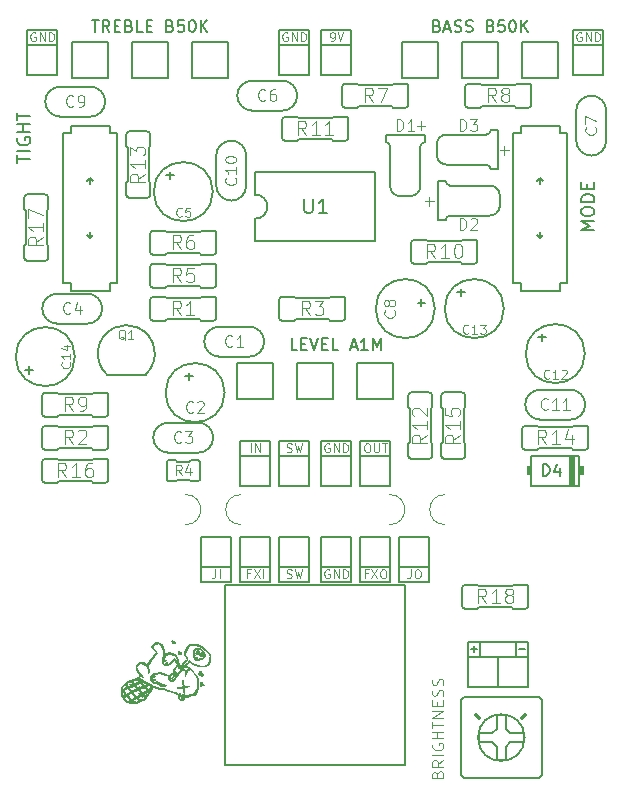
<source format=gbr>
G04 #@! TF.GenerationSoftware,KiCad,Pcbnew,(5.1.8-0-10_14)*
G04 #@! TF.CreationDate,2020-11-14T19:44:57+01:00*
G04 #@! TF.ProjectId,fet-amplifier,6665742d-616d-4706-9c69-666965722e6b,rev?*
G04 #@! TF.SameCoordinates,Original*
G04 #@! TF.FileFunction,Legend,Top*
G04 #@! TF.FilePolarity,Positive*
%FSLAX46Y46*%
G04 Gerber Fmt 4.6, Leading zero omitted, Abs format (unit mm)*
G04 Created by KiCad (PCBNEW (5.1.8-0-10_14)) date 2020-11-14 19:44:57*
%MOMM*%
%LPD*%
G01*
G04 APERTURE LIST*
%ADD10C,0.127000*%
%ADD11C,0.010000*%
%ADD12C,0.100000*%
%ADD13C,0.152400*%
%ADD14C,0.304800*%
%ADD15C,0.150000*%
%ADD16C,0.101600*%
%ADD17C,0.073152*%
%ADD18C,0.081280*%
%ADD19C,0.097536*%
%ADD20C,0.121920*%
G04 APERTURE END LIST*
D10*
X103886000Y-131064000D02*
X103886000Y-129794000D01*
X106934000Y-131064000D02*
X106934000Y-129794000D01*
X107696000Y-130429000D02*
X107188000Y-130429000D01*
X103632000Y-130429000D02*
X103124000Y-130429000D01*
X103378000Y-130683000D02*
X103378000Y-130175000D01*
X107950000Y-129794000D02*
X107950000Y-131064000D01*
X106934000Y-129794000D02*
X107950000Y-129794000D01*
X103886000Y-129794000D02*
X106934000Y-129794000D01*
X102870000Y-129794000D02*
X103886000Y-129794000D01*
X102870000Y-130175000D02*
X102870000Y-129794000D01*
X102870000Y-130302000D02*
X102870000Y-130175000D01*
X102870000Y-130556000D02*
X102870000Y-130302000D01*
X102870000Y-131064000D02*
X102870000Y-130556000D01*
X102870000Y-133604000D02*
X105410000Y-133604000D01*
X105410000Y-131064000D02*
X105410000Y-133604000D01*
X102870000Y-133604000D02*
X102870000Y-131064000D01*
X107950000Y-133604000D02*
X105410000Y-133604000D01*
X107950000Y-131064000D02*
X107950000Y-133604000D01*
X106934000Y-131064000D02*
X107950000Y-131064000D01*
X105410000Y-131064000D02*
X106934000Y-131064000D01*
X103886000Y-131064000D02*
X105410000Y-131064000D01*
X102870000Y-131064000D02*
X103886000Y-131064000D01*
D11*
G36*
X79997392Y-130537811D02*
G01*
X80074493Y-130611254D01*
X80095760Y-130721260D01*
X80089487Y-130748842D01*
X80016834Y-130858501D01*
X79908944Y-130878354D01*
X79830912Y-130840740D01*
X79774218Y-130747123D01*
X79789430Y-130634595D01*
X79867760Y-130545986D01*
X79893952Y-130533426D01*
X79997392Y-130537811D01*
G37*
X79997392Y-130537811D02*
X80074493Y-130611254D01*
X80095760Y-130721260D01*
X80089487Y-130748842D01*
X80016834Y-130858501D01*
X79908944Y-130878354D01*
X79830912Y-130840740D01*
X79774218Y-130747123D01*
X79789430Y-130634595D01*
X79867760Y-130545986D01*
X79893952Y-130533426D01*
X79997392Y-130537811D01*
G36*
X80405272Y-130743296D02*
G01*
X80434855Y-130833485D01*
X80384287Y-130956568D01*
X80283060Y-131048831D01*
X80184966Y-131047508D01*
X80118010Y-130974377D01*
X80105172Y-130860414D01*
X80167362Y-130760448D01*
X80280234Y-130709625D01*
X80302265Y-130708400D01*
X80405272Y-130743296D01*
G37*
X80405272Y-130743296D02*
X80434855Y-130833485D01*
X80384287Y-130956568D01*
X80283060Y-131048831D01*
X80184966Y-131047508D01*
X80118010Y-130974377D01*
X80105172Y-130860414D01*
X80167362Y-130760448D01*
X80280234Y-130709625D01*
X80302265Y-130708400D01*
X80405272Y-130743296D01*
G36*
X80233830Y-130397423D02*
G01*
X80429100Y-130565504D01*
X80534129Y-130733010D01*
X80563630Y-130909906D01*
X80524764Y-131072809D01*
X80424691Y-131198338D01*
X80270571Y-131263110D01*
X80214219Y-131267200D01*
X80097641Y-131283061D01*
X80035400Y-131318000D01*
X79967076Y-131361906D01*
X79843316Y-131343520D01*
X79768700Y-131316416D01*
X79680293Y-131252241D01*
X79654400Y-131192636D01*
X79632935Y-131123914D01*
X79614043Y-131114800D01*
X79591061Y-131068783D01*
X79587472Y-131044308D01*
X79621441Y-131044308D01*
X79668517Y-131063173D01*
X79705200Y-131064000D01*
X79782326Y-131075139D01*
X79772176Y-131119908D01*
X79759753Y-131135677D01*
X79729979Y-131212024D01*
X79750411Y-131238345D01*
X79812109Y-131226590D01*
X79852933Y-131179368D01*
X79891421Y-131125999D01*
X79905941Y-131160580D01*
X79908470Y-131216400D01*
X79916771Y-131301359D01*
X79946046Y-131295464D01*
X79975467Y-131259489D01*
X80082424Y-131197630D01*
X80169797Y-131200525D01*
X80285833Y-131194507D01*
X80388032Y-131112832D01*
X80409145Y-131087084D01*
X80498427Y-130934310D01*
X80500766Y-130796836D01*
X80413157Y-130653450D01*
X80336582Y-130574698D01*
X80146088Y-130440741D01*
X79962606Y-130395614D01*
X79800343Y-130438934D01*
X79673507Y-130570319D01*
X79660843Y-130592929D01*
X79627084Y-130709019D01*
X79662882Y-130804704D01*
X79698397Y-130901577D01*
X79657823Y-130983674D01*
X79621441Y-131044308D01*
X79587472Y-131044308D01*
X79573620Y-130949858D01*
X79567002Y-130829331D01*
X79570744Y-130649515D01*
X79599515Y-130532577D01*
X79663911Y-130440828D01*
X79681250Y-130422931D01*
X79847011Y-130318572D01*
X80033589Y-130310523D01*
X80233830Y-130397423D01*
G37*
X80233830Y-130397423D02*
X80429100Y-130565504D01*
X80534129Y-130733010D01*
X80563630Y-130909906D01*
X80524764Y-131072809D01*
X80424691Y-131198338D01*
X80270571Y-131263110D01*
X80214219Y-131267200D01*
X80097641Y-131283061D01*
X80035400Y-131318000D01*
X79967076Y-131361906D01*
X79843316Y-131343520D01*
X79768700Y-131316416D01*
X79680293Y-131252241D01*
X79654400Y-131192636D01*
X79632935Y-131123914D01*
X79614043Y-131114800D01*
X79591061Y-131068783D01*
X79587472Y-131044308D01*
X79621441Y-131044308D01*
X79668517Y-131063173D01*
X79705200Y-131064000D01*
X79782326Y-131075139D01*
X79772176Y-131119908D01*
X79759753Y-131135677D01*
X79729979Y-131212024D01*
X79750411Y-131238345D01*
X79812109Y-131226590D01*
X79852933Y-131179368D01*
X79891421Y-131125999D01*
X79905941Y-131160580D01*
X79908470Y-131216400D01*
X79916771Y-131301359D01*
X79946046Y-131295464D01*
X79975467Y-131259489D01*
X80082424Y-131197630D01*
X80169797Y-131200525D01*
X80285833Y-131194507D01*
X80388032Y-131112832D01*
X80409145Y-131087084D01*
X80498427Y-130934310D01*
X80500766Y-130796836D01*
X80413157Y-130653450D01*
X80336582Y-130574698D01*
X80146088Y-130440741D01*
X79962606Y-130395614D01*
X79800343Y-130438934D01*
X79673507Y-130570319D01*
X79660843Y-130592929D01*
X79627084Y-130709019D01*
X79662882Y-130804704D01*
X79698397Y-130901577D01*
X79657823Y-130983674D01*
X79621441Y-131044308D01*
X79587472Y-131044308D01*
X79573620Y-130949858D01*
X79567002Y-130829331D01*
X79570744Y-130649515D01*
X79599515Y-130532577D01*
X79663911Y-130440828D01*
X79681250Y-130422931D01*
X79847011Y-130318572D01*
X80033589Y-130310523D01*
X80233830Y-130397423D01*
G36*
X74218800Y-133375400D02*
G01*
X74193400Y-133400800D01*
X74168000Y-133375400D01*
X74193400Y-133350000D01*
X74218800Y-133375400D01*
G37*
X74218800Y-133375400D02*
X74193400Y-133400800D01*
X74168000Y-133375400D01*
X74193400Y-133350000D01*
X74218800Y-133375400D01*
G36*
X75031600Y-133578600D02*
G01*
X75006200Y-133604000D01*
X74980800Y-133578600D01*
X75006200Y-133553200D01*
X75031600Y-133578600D01*
G37*
X75031600Y-133578600D02*
X75006200Y-133604000D01*
X74980800Y-133578600D01*
X75006200Y-133553200D01*
X75031600Y-133578600D01*
G36*
X75438000Y-133731000D02*
G01*
X75412600Y-133756400D01*
X75387200Y-133731000D01*
X75412600Y-133705600D01*
X75438000Y-133731000D01*
G37*
X75438000Y-133731000D02*
X75412600Y-133756400D01*
X75387200Y-133731000D01*
X75412600Y-133705600D01*
X75438000Y-133731000D01*
G36*
X75582550Y-134183349D02*
G01*
X75637087Y-134234499D01*
X75625899Y-134263905D01*
X75618798Y-134264400D01*
X75575830Y-134228317D01*
X75560149Y-134205750D01*
X75554161Y-134170988D01*
X75582550Y-134183349D01*
G37*
X75582550Y-134183349D02*
X75637087Y-134234499D01*
X75625899Y-134263905D01*
X75618798Y-134264400D01*
X75575830Y-134228317D01*
X75560149Y-134205750D01*
X75554161Y-134170988D01*
X75582550Y-134183349D01*
G36*
X76990153Y-132420134D02*
G01*
X77233057Y-132495225D01*
X77264068Y-132510387D01*
X77385907Y-132586965D01*
X77415965Y-132633915D01*
X77362129Y-132641344D01*
X77232283Y-132599358D01*
X77203300Y-132586631D01*
X76941500Y-132509471D01*
X76655709Y-132491938D01*
X76391708Y-132535566D01*
X76331569Y-132557416D01*
X76203234Y-132622195D01*
X76130392Y-132679714D01*
X76122841Y-132716303D01*
X76190375Y-132718291D01*
X76221143Y-132711529D01*
X76324585Y-132700288D01*
X76348649Y-132727125D01*
X76298521Y-132773800D01*
X76190637Y-132818794D01*
X76056625Y-132876725D01*
X76004124Y-132935149D01*
X76035484Y-132977844D01*
X76153055Y-132988591D01*
X76166180Y-132987591D01*
X76308757Y-132985711D01*
X76374153Y-133005052D01*
X76354169Y-133036972D01*
X76245906Y-133071674D01*
X76142614Y-133100194D01*
X76128093Y-133128035D01*
X76169753Y-133157292D01*
X76286010Y-133183809D01*
X76385799Y-133174731D01*
X76512111Y-133161552D01*
X76621503Y-133178801D01*
X76682243Y-133218147D01*
X76680339Y-133252057D01*
X76700266Y-133286981D01*
X76776968Y-133299200D01*
X76879047Y-133317626D01*
X76920025Y-133351076D01*
X76977419Y-133389999D01*
X77093159Y-133413884D01*
X77101946Y-133414576D01*
X77221048Y-133440226D01*
X77242278Y-133486589D01*
X77164019Y-133543267D01*
X77124483Y-133559411D01*
X77033393Y-133574074D01*
X77012800Y-133546055D01*
X76970896Y-133514128D01*
X76884684Y-133523540D01*
X76772363Y-133527165D01*
X76726849Y-133478247D01*
X76657140Y-133412934D01*
X76600964Y-133400800D01*
X76521523Y-133372468D01*
X76504800Y-133336145D01*
X76456899Y-133290016D01*
X76318321Y-133271705D01*
X76296176Y-133271490D01*
X76102128Y-133232413D01*
X75971360Y-133128598D01*
X75911287Y-132980167D01*
X75929325Y-132807245D01*
X76032887Y-132629954D01*
X76051981Y-132608736D01*
X76221956Y-132493072D01*
X76454826Y-132421474D01*
X76720817Y-132396355D01*
X76990153Y-132420134D01*
G37*
X76990153Y-132420134D02*
X77233057Y-132495225D01*
X77264068Y-132510387D01*
X77385907Y-132586965D01*
X77415965Y-132633915D01*
X77362129Y-132641344D01*
X77232283Y-132599358D01*
X77203300Y-132586631D01*
X76941500Y-132509471D01*
X76655709Y-132491938D01*
X76391708Y-132535566D01*
X76331569Y-132557416D01*
X76203234Y-132622195D01*
X76130392Y-132679714D01*
X76122841Y-132716303D01*
X76190375Y-132718291D01*
X76221143Y-132711529D01*
X76324585Y-132700288D01*
X76348649Y-132727125D01*
X76298521Y-132773800D01*
X76190637Y-132818794D01*
X76056625Y-132876725D01*
X76004124Y-132935149D01*
X76035484Y-132977844D01*
X76153055Y-132988591D01*
X76166180Y-132987591D01*
X76308757Y-132985711D01*
X76374153Y-133005052D01*
X76354169Y-133036972D01*
X76245906Y-133071674D01*
X76142614Y-133100194D01*
X76128093Y-133128035D01*
X76169753Y-133157292D01*
X76286010Y-133183809D01*
X76385799Y-133174731D01*
X76512111Y-133161552D01*
X76621503Y-133178801D01*
X76682243Y-133218147D01*
X76680339Y-133252057D01*
X76700266Y-133286981D01*
X76776968Y-133299200D01*
X76879047Y-133317626D01*
X76920025Y-133351076D01*
X76977419Y-133389999D01*
X77093159Y-133413884D01*
X77101946Y-133414576D01*
X77221048Y-133440226D01*
X77242278Y-133486589D01*
X77164019Y-133543267D01*
X77124483Y-133559411D01*
X77033393Y-133574074D01*
X77012800Y-133546055D01*
X76970896Y-133514128D01*
X76884684Y-133523540D01*
X76772363Y-133527165D01*
X76726849Y-133478247D01*
X76657140Y-133412934D01*
X76600964Y-133400800D01*
X76521523Y-133372468D01*
X76504800Y-133336145D01*
X76456899Y-133290016D01*
X76318321Y-133271705D01*
X76296176Y-133271490D01*
X76102128Y-133232413D01*
X75971360Y-133128598D01*
X75911287Y-132980167D01*
X75929325Y-132807245D01*
X76032887Y-132629954D01*
X76051981Y-132608736D01*
X76221956Y-132493072D01*
X76454826Y-132421474D01*
X76720817Y-132396355D01*
X76990153Y-132420134D01*
G36*
X78701543Y-133086630D02*
G01*
X78739292Y-133198426D01*
X78761679Y-133317493D01*
X78795081Y-133540237D01*
X79034240Y-133520422D01*
X79168057Y-133513332D01*
X79208969Y-133523371D01*
X79171800Y-133548680D01*
X79042061Y-133596843D01*
X78931567Y-133626475D01*
X78847372Y-133651886D01*
X78812380Y-133700187D01*
X78813734Y-133802219D01*
X78824172Y-133884099D01*
X78834772Y-134042234D01*
X78810013Y-134109069D01*
X78797704Y-134112000D01*
X78760068Y-134065890D01*
X78741019Y-133945051D01*
X78740000Y-133902336D01*
X78740000Y-133692673D01*
X78484479Y-133717225D01*
X78309537Y-133724019D01*
X78219741Y-133708660D01*
X78219392Y-133679828D01*
X78312791Y-133646205D01*
X78438382Y-133624182D01*
X78699107Y-133589596D01*
X78664386Y-133311701D01*
X78653893Y-133142660D01*
X78669677Y-133067839D01*
X78701543Y-133086630D01*
G37*
X78701543Y-133086630D02*
X78739292Y-133198426D01*
X78761679Y-133317493D01*
X78795081Y-133540237D01*
X79034240Y-133520422D01*
X79168057Y-133513332D01*
X79208969Y-133523371D01*
X79171800Y-133548680D01*
X79042061Y-133596843D01*
X78931567Y-133626475D01*
X78847372Y-133651886D01*
X78812380Y-133700187D01*
X78813734Y-133802219D01*
X78824172Y-133884099D01*
X78834772Y-134042234D01*
X78810013Y-134109069D01*
X78797704Y-134112000D01*
X78760068Y-134065890D01*
X78741019Y-133945051D01*
X78740000Y-133902336D01*
X78740000Y-133692673D01*
X78484479Y-133717225D01*
X78309537Y-133724019D01*
X78219741Y-133708660D01*
X78219392Y-133679828D01*
X78312791Y-133646205D01*
X78438382Y-133624182D01*
X78699107Y-133589596D01*
X78664386Y-133311701D01*
X78653893Y-133142660D01*
X78669677Y-133067839D01*
X78701543Y-133086630D01*
G36*
X78666881Y-134269000D02*
G01*
X78682241Y-134351902D01*
X78667614Y-134445087D01*
X78618931Y-134547090D01*
X78555872Y-134564183D01*
X78514667Y-134523687D01*
X78515772Y-134450581D01*
X78557133Y-134342103D01*
X78620474Y-134261349D01*
X78666881Y-134269000D01*
G37*
X78666881Y-134269000D02*
X78682241Y-134351902D01*
X78667614Y-134445087D01*
X78618931Y-134547090D01*
X78555872Y-134564183D01*
X78514667Y-134523687D01*
X78515772Y-134450581D01*
X78557133Y-134342103D01*
X78620474Y-134261349D01*
X78666881Y-134269000D01*
G36*
X75226950Y-134386549D02*
G01*
X75281487Y-134437699D01*
X75270299Y-134467105D01*
X75263198Y-134467600D01*
X75220230Y-134431517D01*
X75204549Y-134408950D01*
X75198561Y-134374188D01*
X75226950Y-134386549D01*
G37*
X75226950Y-134386549D02*
X75281487Y-134437699D01*
X75270299Y-134467105D01*
X75263198Y-134467600D01*
X75220230Y-134431517D01*
X75204549Y-134408950D01*
X75198561Y-134374188D01*
X75226950Y-134386549D01*
G36*
X77894365Y-129711513D02*
G01*
X77948179Y-129748798D01*
X78035608Y-129830567D01*
X78042336Y-129882606D01*
X78020382Y-129901877D01*
X77890115Y-129944283D01*
X77786939Y-129905007D01*
X77750843Y-129844800D01*
X77927200Y-129844800D01*
X77945786Y-129886614D01*
X77961066Y-129878666D01*
X77967146Y-129818378D01*
X77961066Y-129810933D01*
X77930866Y-129817906D01*
X77927200Y-129844800D01*
X77750843Y-129844800D01*
X77747776Y-129839686D01*
X77740440Y-129760133D01*
X77791733Y-129760133D01*
X77798706Y-129790333D01*
X77825600Y-129794000D01*
X77867414Y-129775413D01*
X77859466Y-129760133D01*
X77799178Y-129754053D01*
X77791733Y-129760133D01*
X77740440Y-129760133D01*
X77737074Y-129723632D01*
X77790591Y-129678797D01*
X77894365Y-129711513D01*
G37*
X77894365Y-129711513D02*
X77948179Y-129748798D01*
X78035608Y-129830567D01*
X78042336Y-129882606D01*
X78020382Y-129901877D01*
X77890115Y-129944283D01*
X77786939Y-129905007D01*
X77750843Y-129844800D01*
X77927200Y-129844800D01*
X77945786Y-129886614D01*
X77961066Y-129878666D01*
X77967146Y-129818378D01*
X77961066Y-129810933D01*
X77930866Y-129817906D01*
X77927200Y-129844800D01*
X77750843Y-129844800D01*
X77747776Y-129839686D01*
X77740440Y-129760133D01*
X77791733Y-129760133D01*
X77798706Y-129790333D01*
X77825600Y-129794000D01*
X77867414Y-129775413D01*
X77859466Y-129760133D01*
X77799178Y-129754053D01*
X77791733Y-129760133D01*
X77740440Y-129760133D01*
X77737074Y-129723632D01*
X77790591Y-129678797D01*
X77894365Y-129711513D01*
G36*
X78507074Y-130636207D02*
G01*
X78570218Y-130713395D01*
X78576064Y-130754189D01*
X78521340Y-130814534D01*
X78420842Y-130846842D01*
X78329560Y-130836068D01*
X78315269Y-130825535D01*
X78284612Y-130741332D01*
X78295447Y-130638161D01*
X78353981Y-130638161D01*
X78384400Y-130683000D01*
X78459570Y-130746961D01*
X78495848Y-130759200D01*
X78504856Y-130730664D01*
X78467857Y-130683000D01*
X78391234Y-130621119D01*
X78356408Y-130606800D01*
X78353981Y-130638161D01*
X78295447Y-130638161D01*
X78295543Y-130637255D01*
X78331533Y-130582677D01*
X78412976Y-130582438D01*
X78507074Y-130636207D01*
G37*
X78507074Y-130636207D02*
X78570218Y-130713395D01*
X78576064Y-130754189D01*
X78521340Y-130814534D01*
X78420842Y-130846842D01*
X78329560Y-130836068D01*
X78315269Y-130825535D01*
X78284612Y-130741332D01*
X78295447Y-130638161D01*
X78353981Y-130638161D01*
X78384400Y-130683000D01*
X78459570Y-130746961D01*
X78495848Y-130759200D01*
X78504856Y-130730664D01*
X78467857Y-130683000D01*
X78391234Y-130621119D01*
X78356408Y-130606800D01*
X78353981Y-130638161D01*
X78295447Y-130638161D01*
X78295543Y-130637255D01*
X78331533Y-130582677D01*
X78412976Y-130582438D01*
X78507074Y-130636207D01*
G36*
X80252250Y-132318542D02*
G01*
X80264000Y-132356875D01*
X80303749Y-132441029D01*
X80350500Y-132478959D01*
X80408049Y-132530022D01*
X80379306Y-132596604D01*
X80369680Y-132608483D01*
X80309374Y-132669694D01*
X80246696Y-132679457D01*
X80138343Y-132642843D01*
X80124300Y-132637216D01*
X80060996Y-132588000D01*
X80213200Y-132588000D01*
X80230532Y-132637479D01*
X80235601Y-132638800D01*
X80278973Y-132603202D01*
X80289400Y-132588000D01*
X80285372Y-132541188D01*
X80266998Y-132537200D01*
X80215267Y-132574076D01*
X80213200Y-132588000D01*
X80060996Y-132588000D01*
X80028576Y-132562795D01*
X80017007Y-132442792D01*
X80017366Y-132441596D01*
X80111600Y-132441596D01*
X80142899Y-132469138D01*
X80162400Y-132461000D01*
X80211303Y-132393704D01*
X80213200Y-132378803D01*
X80181900Y-132351261D01*
X80162400Y-132359400D01*
X80113496Y-132426695D01*
X80111600Y-132441596D01*
X80017366Y-132441596D01*
X80040835Y-132363554D01*
X80101039Y-132301205D01*
X80186389Y-132285756D01*
X80252250Y-132318542D01*
G37*
X80252250Y-132318542D02*
X80264000Y-132356875D01*
X80303749Y-132441029D01*
X80350500Y-132478959D01*
X80408049Y-132530022D01*
X80379306Y-132596604D01*
X80369680Y-132608483D01*
X80309374Y-132669694D01*
X80246696Y-132679457D01*
X80138343Y-132642843D01*
X80124300Y-132637216D01*
X80060996Y-132588000D01*
X80213200Y-132588000D01*
X80230532Y-132637479D01*
X80235601Y-132638800D01*
X80278973Y-132603202D01*
X80289400Y-132588000D01*
X80285372Y-132541188D01*
X80266998Y-132537200D01*
X80215267Y-132574076D01*
X80213200Y-132588000D01*
X80060996Y-132588000D01*
X80028576Y-132562795D01*
X80017007Y-132442792D01*
X80017366Y-132441596D01*
X80111600Y-132441596D01*
X80142899Y-132469138D01*
X80162400Y-132461000D01*
X80211303Y-132393704D01*
X80213200Y-132378803D01*
X80181900Y-132351261D01*
X80162400Y-132359400D01*
X80113496Y-132426695D01*
X80111600Y-132441596D01*
X80017366Y-132441596D01*
X80040835Y-132363554D01*
X80101039Y-132301205D01*
X80186389Y-132285756D01*
X80252250Y-132318542D01*
G36*
X80293595Y-133250601D02*
G01*
X80334769Y-133274913D01*
X80426121Y-133358047D01*
X80466961Y-133440441D01*
X80447771Y-133494553D01*
X80413401Y-133502400D01*
X80383062Y-133471278D01*
X80391000Y-133451600D01*
X80390078Y-133404653D01*
X80374033Y-133400800D01*
X80315801Y-133441300D01*
X80296429Y-133477000D01*
X80243182Y-133547609D01*
X80185332Y-133524257D01*
X80139695Y-133418852D01*
X80133848Y-133330321D01*
X80179862Y-133330321D01*
X80187800Y-133350000D01*
X80233449Y-133398462D01*
X80241598Y-133400800D01*
X80263417Y-133361496D01*
X80264000Y-133350000D01*
X80224947Y-133301152D01*
X80210201Y-133299200D01*
X80179862Y-133330321D01*
X80133848Y-133330321D01*
X80130735Y-133283208D01*
X80184813Y-133225075D01*
X80293595Y-133250601D01*
G37*
X80293595Y-133250601D02*
X80334769Y-133274913D01*
X80426121Y-133358047D01*
X80466961Y-133440441D01*
X80447771Y-133494553D01*
X80413401Y-133502400D01*
X80383062Y-133471278D01*
X80391000Y-133451600D01*
X80390078Y-133404653D01*
X80374033Y-133400800D01*
X80315801Y-133441300D01*
X80296429Y-133477000D01*
X80243182Y-133547609D01*
X80185332Y-133524257D01*
X80139695Y-133418852D01*
X80133848Y-133330321D01*
X80179862Y-133330321D01*
X80187800Y-133350000D01*
X80233449Y-133398462D01*
X80241598Y-133400800D01*
X80263417Y-133361496D01*
X80264000Y-133350000D01*
X80224947Y-133301152D01*
X80210201Y-133299200D01*
X80179862Y-133330321D01*
X80133848Y-133330321D01*
X80130735Y-133283208D01*
X80184813Y-133225075D01*
X80293595Y-133250601D01*
G36*
X76726068Y-129889163D02*
G01*
X76901616Y-130022036D01*
X77027256Y-130243089D01*
X77091331Y-130481555D01*
X77127625Y-130637601D01*
X77170330Y-130763781D01*
X77178021Y-130780023D01*
X77221584Y-130845994D01*
X77257761Y-130822647D01*
X77275458Y-130792723D01*
X77367364Y-130726791D01*
X77499555Y-130708399D01*
X77780452Y-130754186D01*
X78014735Y-130884878D01*
X78192058Y-131090471D01*
X78302072Y-131360962D01*
X78327718Y-131508920D01*
X78354723Y-131685559D01*
X78392924Y-131781322D01*
X78448858Y-131816595D01*
X78530357Y-131791380D01*
X78604557Y-131675459D01*
X78614132Y-131653323D01*
X78707142Y-131507225D01*
X78830706Y-131400014D01*
X78838552Y-131395775D01*
X78973887Y-131311436D01*
X79017601Y-131230915D01*
X78975427Y-131128968D01*
X78916398Y-131053070D01*
X78821931Y-130890968D01*
X78809431Y-130715928D01*
X78880611Y-130513967D01*
X79007325Y-130311892D01*
X79164077Y-130119973D01*
X79312421Y-130009051D01*
X79480047Y-129965151D01*
X79679800Y-129972491D01*
X79931619Y-130023740D01*
X80166498Y-130122807D01*
X80407864Y-130282453D01*
X80679143Y-130515443D01*
X80683100Y-130519132D01*
X80844070Y-130671521D01*
X80944637Y-130779240D01*
X80999006Y-130866584D01*
X81021381Y-130957846D01*
X81025967Y-131077322D01*
X81026000Y-131105596D01*
X80990180Y-131418230D01*
X80885261Y-131668646D01*
X80773535Y-131800600D01*
X80683248Y-131859438D01*
X80560472Y-131890329D01*
X80374445Y-131900045D01*
X80322023Y-131900014D01*
X80018882Y-131870660D01*
X79732251Y-131779332D01*
X79428561Y-131614861D01*
X79389433Y-131589715D01*
X79289908Y-131532102D01*
X79227716Y-131533082D01*
X79160833Y-131589020D01*
X79044450Y-131690959D01*
X78970247Y-131746835D01*
X78915120Y-131792374D01*
X78923998Y-131828019D01*
X79009622Y-131872877D01*
X79071847Y-131899190D01*
X79272251Y-132016944D01*
X79487181Y-132198288D01*
X79688587Y-132414562D01*
X79848420Y-132637107D01*
X79910137Y-132755698D01*
X79959779Y-132882999D01*
X79988761Y-133001176D01*
X79999816Y-133139210D01*
X79995674Y-133326083D01*
X79983205Y-133530952D01*
X79964896Y-133767932D01*
X79946397Y-133919151D01*
X79924049Y-134000390D01*
X79894195Y-134027426D01*
X79869026Y-134023408D01*
X79814739Y-134021036D01*
X79816167Y-134090711D01*
X79820327Y-134107444D01*
X79828842Y-134188758D01*
X79783057Y-134195571D01*
X79772037Y-134191636D01*
X79717371Y-134189663D01*
X79725698Y-134244546D01*
X79730671Y-134302752D01*
X79664066Y-134302781D01*
X79647371Y-134298642D01*
X79523174Y-134300444D01*
X79397949Y-134341867D01*
X79251742Y-134398715D01*
X79078421Y-134442475D01*
X79057992Y-134445982D01*
X78891959Y-134497954D01*
X78783770Y-134603714D01*
X78770387Y-134625235D01*
X78666479Y-134742666D01*
X78543703Y-134763545D01*
X78390687Y-134689806D01*
X78390638Y-134689772D01*
X78303905Y-134595567D01*
X78299389Y-134473552D01*
X78304560Y-134395513D01*
X78271003Y-134332226D01*
X78180450Y-134263257D01*
X78037753Y-134180888D01*
X77823106Y-134081053D01*
X77582840Y-133996179D01*
X77444600Y-133960791D01*
X77245818Y-133915752D01*
X76984161Y-133849234D01*
X76693614Y-133770428D01*
X76408162Y-133688526D01*
X76184298Y-133619953D01*
X76104324Y-133625974D01*
X76060899Y-133711030D01*
X76004664Y-133861727D01*
X75910289Y-134056692D01*
X75798210Y-134258435D01*
X75688863Y-134429468D01*
X75624893Y-134510840D01*
X75498658Y-134612837D01*
X75309191Y-134727735D01*
X75090384Y-134838613D01*
X74876130Y-134928549D01*
X74700321Y-134980624D01*
X74676000Y-134984587D01*
X74517955Y-134991551D01*
X74321209Y-134982000D01*
X74230949Y-134972048D01*
X74052250Y-134935945D01*
X73897970Y-134884880D01*
X73843129Y-134856763D01*
X73822658Y-134836082D01*
X74229723Y-134836082D01*
X74271799Y-134863768D01*
X74295000Y-134874000D01*
X74390938Y-134913333D01*
X74416467Y-134912111D01*
X74396600Y-134874000D01*
X74324384Y-134831325D01*
X74279301Y-134826770D01*
X74229723Y-134836082D01*
X73822658Y-134836082D01*
X73708687Y-134720945D01*
X73614493Y-134557316D01*
X73742953Y-134557316D01*
X73788939Y-134653209D01*
X73815826Y-134689018D01*
X73924459Y-134796424D01*
X74025295Y-134815731D01*
X74111008Y-134777301D01*
X74112329Y-134775672D01*
X74462145Y-134775672D01*
X74480158Y-134806666D01*
X74574764Y-134855889D01*
X74718045Y-134871501D01*
X74862241Y-134851866D01*
X74930000Y-134822048D01*
X74971244Y-134777289D01*
X74939767Y-134723554D01*
X74882429Y-134675764D01*
X74791115Y-134615673D01*
X74712280Y-134610492D01*
X74595998Y-134657446D01*
X74591467Y-134659604D01*
X74484591Y-134722270D01*
X74462145Y-134775672D01*
X74112329Y-134775672D01*
X74151124Y-134727853D01*
X74130193Y-134653031D01*
X74041564Y-134533100D01*
X74020223Y-134507900D01*
X73911719Y-134425560D01*
X73811507Y-134443908D01*
X73767560Y-134485818D01*
X73742953Y-134557316D01*
X73614493Y-134557316D01*
X73590607Y-134515823D01*
X73502805Y-134273667D01*
X73476414Y-134124234D01*
X73563706Y-134124234D01*
X73580098Y-134237136D01*
X73608906Y-134353289D01*
X73648075Y-134388229D01*
X73714779Y-134363870D01*
X73743006Y-134345981D01*
X74054279Y-134345981D01*
X74106943Y-134463224D01*
X74147405Y-134514846D01*
X74238020Y-134610738D01*
X74302568Y-134657906D01*
X74314008Y-134658600D01*
X74378190Y-134626056D01*
X74485500Y-134572115D01*
X74580921Y-134515626D01*
X74906314Y-134515626D01*
X74924557Y-134569650D01*
X75009831Y-134634315D01*
X75017030Y-134638172D01*
X75180475Y-134676762D01*
X75326300Y-134626539D01*
X75395199Y-134553501D01*
X75407938Y-134455620D01*
X75344953Y-134367226D01*
X75303854Y-134344887D01*
X75208749Y-134348530D01*
X75078882Y-134394221D01*
X74960161Y-134462243D01*
X74906314Y-134515626D01*
X74580921Y-134515626D01*
X74582940Y-134514431D01*
X74623716Y-134472669D01*
X74623710Y-134472145D01*
X74591582Y-134419661D01*
X74512377Y-134322527D01*
X74470714Y-134275631D01*
X74363653Y-134172445D01*
X74285443Y-134141170D01*
X74226726Y-134158558D01*
X74092718Y-134251114D01*
X74054279Y-134345981D01*
X73743006Y-134345981D01*
X73777862Y-134323892D01*
X73784547Y-134278785D01*
X73733544Y-134194926D01*
X73706841Y-134157240D01*
X73619776Y-134053036D01*
X73572360Y-134041848D01*
X73563706Y-134124234D01*
X73476414Y-134124234D01*
X73459195Y-134026742D01*
X73456799Y-133960929D01*
X73461213Y-133918696D01*
X73660128Y-133918696D01*
X73766895Y-134068637D01*
X73844749Y-134162550D01*
X73900348Y-134202581D01*
X73906531Y-134201759D01*
X73971558Y-134168920D01*
X74079100Y-134114915D01*
X74114089Y-134095065D01*
X74451272Y-134095065D01*
X74505904Y-134166961D01*
X74578944Y-134243688D01*
X74691057Y-134355890D01*
X74763241Y-134404032D01*
X74826785Y-134396510D01*
X74912982Y-134341723D01*
X74921643Y-134335655D01*
X74999549Y-134273038D01*
X74999107Y-134261256D01*
X75442375Y-134261256D01*
X75494435Y-134351278D01*
X75497681Y-134354561D01*
X75550971Y-134373414D01*
X75618183Y-134318199D01*
X75675481Y-134240416D01*
X75749200Y-134125927D01*
X75790438Y-134050229D01*
X75793600Y-134039317D01*
X75753454Y-134041248D01*
X75653383Y-134079525D01*
X75615800Y-134096830D01*
X75481175Y-134180049D01*
X75442375Y-134261256D01*
X74999107Y-134261256D01*
X74997844Y-134227652D01*
X74945647Y-134180452D01*
X74888536Y-134131505D01*
X74911356Y-134135177D01*
X74972450Y-134164113D01*
X75082454Y-134201865D01*
X75118327Y-134177755D01*
X75079447Y-134100061D01*
X74985103Y-133996071D01*
X74867732Y-133898432D01*
X74802422Y-133883144D01*
X74792974Y-133896100D01*
X74727893Y-133953616D01*
X74693827Y-133959600D01*
X74589757Y-133982649D01*
X74514839Y-134015088D01*
X74456617Y-134052882D01*
X74451272Y-134095065D01*
X74114089Y-134095065D01*
X74179768Y-134057804D01*
X74207041Y-134004516D01*
X74163615Y-133924207D01*
X74102493Y-133847468D01*
X73989841Y-133709936D01*
X73824984Y-133814316D01*
X73660128Y-133918696D01*
X73461213Y-133918696D01*
X73479832Y-133740578D01*
X73558400Y-133740578D01*
X73569676Y-133795478D01*
X73617449Y-133795447D01*
X73722635Y-133738355D01*
X73750687Y-133720975D01*
X73809063Y-133684573D01*
X74111438Y-133684573D01*
X74219097Y-133821440D01*
X74294143Y-133907317D01*
X74359854Y-133931358D01*
X74459685Y-133902433D01*
X74511469Y-133881129D01*
X74634640Y-133826665D01*
X74657778Y-133814731D01*
X74986726Y-133814731D01*
X75119160Y-133963365D01*
X75206106Y-134057653D01*
X75259075Y-134108903D01*
X75264442Y-134112000D01*
X75315998Y-134096494D01*
X75357353Y-134081276D01*
X75412257Y-134033766D01*
X75409669Y-134005658D01*
X75419846Y-133978937D01*
X75448061Y-133985048D01*
X75545079Y-133981548D01*
X75589068Y-133961742D01*
X75629558Y-133917626D01*
X75604718Y-133856069D01*
X75546455Y-133789097D01*
X75468825Y-133714537D01*
X75399856Y-133689881D01*
X75299440Y-133709242D01*
X75207849Y-133739387D01*
X74986726Y-133814731D01*
X74657778Y-133814731D01*
X74710735Y-133787418D01*
X74718371Y-133781761D01*
X74709774Y-133728718D01*
X74659141Y-133635307D01*
X74564263Y-133543123D01*
X74475031Y-133537897D01*
X74406611Y-133579658D01*
X74405020Y-133617624D01*
X74404643Y-133646488D01*
X74383740Y-133637150D01*
X74297370Y-133626631D01*
X74220610Y-133644188D01*
X74111438Y-133684573D01*
X73809063Y-133684573D01*
X73849900Y-133659108D01*
X73901736Y-133627094D01*
X73902495Y-133626646D01*
X73903023Y-133579475D01*
X73866245Y-133505053D01*
X73819492Y-133454517D01*
X73808943Y-133451600D01*
X73737815Y-133489543D01*
X73650419Y-133577772D01*
X73580054Y-133677878D01*
X73558400Y-133740578D01*
X73479832Y-133740578D01*
X73481286Y-133726669D01*
X73561073Y-133528480D01*
X73705652Y-133357595D01*
X73710355Y-133354321D01*
X73921924Y-133354321D01*
X73949225Y-133422517D01*
X73962471Y-133447249D01*
X74002318Y-133518921D01*
X74041120Y-133544915D01*
X74111306Y-133528580D01*
X74239158Y-133475832D01*
X74307979Y-133442320D01*
X74689929Y-133442320D01*
X74705813Y-133497200D01*
X74759907Y-133573529D01*
X74824842Y-133661730D01*
X74873072Y-133694706D01*
X74943393Y-133680050D01*
X75014205Y-133650519D01*
X75578566Y-133650519D01*
X75630132Y-133712569D01*
X75742305Y-133794025D01*
X75843217Y-133786196D01*
X75873505Y-133768322D01*
X75950021Y-133675609D01*
X75958535Y-133573300D01*
X75906708Y-133507830D01*
X75795116Y-133493345D01*
X75681851Y-133541875D01*
X75590522Y-133603080D01*
X75578566Y-133650519D01*
X75014205Y-133650519D01*
X75058631Y-133631992D01*
X75189680Y-133564084D01*
X75227237Y-133498558D01*
X75177327Y-133417326D01*
X75141588Y-133382991D01*
X75059816Y-133330255D01*
X74962962Y-133331409D01*
X74874888Y-133357259D01*
X74741673Y-133404354D01*
X74689929Y-133442320D01*
X74307979Y-133442320D01*
X74355654Y-133419105D01*
X74393306Y-133367875D01*
X74370575Y-133298032D01*
X74283299Y-133211601D01*
X74154809Y-133211955D01*
X74050360Y-133255281D01*
X73950022Y-133310837D01*
X73921924Y-133354321D01*
X73710355Y-133354321D01*
X73924513Y-133205245D01*
X74036866Y-133152311D01*
X74431535Y-133152311D01*
X74483406Y-133246506D01*
X74551789Y-133309516D01*
X74597706Y-133303621D01*
X74629796Y-133288165D01*
X75210474Y-133288165D01*
X75275502Y-133364630D01*
X75291517Y-133381699D01*
X75389867Y-133458871D01*
X75472675Y-133480066D01*
X75477816Y-133478497D01*
X75571778Y-133453594D01*
X75594554Y-133451600D01*
X75638910Y-133427105D01*
X75603521Y-133362600D01*
X75511622Y-133283388D01*
X75368375Y-133219965D01*
X75280274Y-133224690D01*
X75212772Y-133251394D01*
X75210474Y-133288165D01*
X74629796Y-133288165D01*
X74682630Y-133262718D01*
X74802938Y-133225864D01*
X74902062Y-133196209D01*
X74913535Y-133164844D01*
X74867228Y-133124937D01*
X74812179Y-133058096D01*
X74816489Y-133019383D01*
X74809491Y-132999963D01*
X74760180Y-133011922D01*
X74634206Y-133051787D01*
X74544280Y-133076323D01*
X74447451Y-133107169D01*
X74431535Y-133152311D01*
X74036866Y-133152311D01*
X74227147Y-133062663D01*
X74463820Y-132976666D01*
X74941532Y-132976666D01*
X74974205Y-133048389D01*
X74988375Y-133065325D01*
X75070692Y-133137067D01*
X75133235Y-133127886D01*
X75149810Y-133113256D01*
X75139669Y-133063569D01*
X75078791Y-133006474D01*
X74981997Y-132959046D01*
X74941532Y-132976666D01*
X74463820Y-132976666D01*
X74560073Y-132941692D01*
X74750933Y-132874165D01*
X74865908Y-132818377D01*
X74927168Y-132759465D01*
X74956884Y-132682569D01*
X74958722Y-132674472D01*
X74957754Y-132527962D01*
X74887533Y-132418742D01*
X74750651Y-132218363D01*
X74699027Y-132018535D01*
X74705850Y-131962373D01*
X74777600Y-131962373D01*
X74814139Y-132098591D01*
X74914952Y-132278679D01*
X75066829Y-132480789D01*
X75143978Y-132568409D01*
X75244468Y-132685042D01*
X75300538Y-132765690D01*
X75302229Y-132791200D01*
X75227749Y-132759152D01*
X75198586Y-132734666D01*
X75118218Y-132706172D01*
X75047517Y-132743933D01*
X75031599Y-132792305D01*
X75073482Y-132848525D01*
X75186698Y-132939828D01*
X75352598Y-133054118D01*
X75552531Y-133179299D01*
X75767848Y-133303277D01*
X75979900Y-133413955D01*
X76019757Y-133433184D01*
X76220032Y-133515491D01*
X76484490Y-133606289D01*
X76777684Y-133694167D01*
X77045464Y-133763364D01*
X77391423Y-133853863D01*
X77705928Y-133953788D01*
X77959658Y-134053488D01*
X78030854Y-134087660D01*
X78203477Y-134173791D01*
X78309314Y-134215693D01*
X78370535Y-134218226D01*
X78409309Y-134186249D01*
X78418596Y-134172655D01*
X78477109Y-134107709D01*
X78506442Y-134122859D01*
X78502257Y-134199687D01*
X78460218Y-134319774D01*
X78455570Y-134329693D01*
X78407465Y-134465738D01*
X78397092Y-134574437D01*
X78400998Y-134589982D01*
X78470867Y-134658522D01*
X78573863Y-134661658D01*
X78667609Y-134601970D01*
X78687412Y-134572539D01*
X78728205Y-134446266D01*
X78741615Y-134331239D01*
X78747736Y-134236667D01*
X78772825Y-134231904D01*
X78810715Y-134277100D01*
X78929266Y-134353743D01*
X79103269Y-134348868D01*
X79325669Y-134263650D01*
X79463352Y-134206588D01*
X79571192Y-134184607D01*
X79596067Y-134188026D01*
X79643288Y-134183552D01*
X79634080Y-134132320D01*
X79629827Y-134073538D01*
X79678278Y-134078986D01*
X79734968Y-134074490D01*
X79742354Y-133995742D01*
X79754532Y-133912683D01*
X79788216Y-133894138D01*
X79825847Y-133852543D01*
X79865401Y-133724908D01*
X79901397Y-133531289D01*
X79926324Y-133187425D01*
X79882745Y-132898176D01*
X79762744Y-132636602D01*
X79563429Y-132381210D01*
X79322764Y-132119476D01*
X79145682Y-132218042D01*
X79021994Y-132305882D01*
X78966218Y-132412531D01*
X78952833Y-132503104D01*
X78929527Y-132624113D01*
X78891871Y-132687064D01*
X78882726Y-132689600D01*
X78851397Y-132642838D01*
X78849314Y-132511057D01*
X78853824Y-132463914D01*
X78860863Y-132308938D01*
X78834116Y-132229078D01*
X78805476Y-132209914D01*
X78703201Y-132183849D01*
X78612517Y-132200204D01*
X78517960Y-132270458D01*
X78404068Y-132406091D01*
X78255728Y-132618064D01*
X78083927Y-132860996D01*
X77946393Y-133021539D01*
X77831386Y-133107891D01*
X77727167Y-133128250D01*
X77621996Y-133090815D01*
X77599080Y-133076634D01*
X77489656Y-132959046D01*
X77479151Y-132844214D01*
X77583194Y-132844214D01*
X77588181Y-132954184D01*
X77630655Y-133001291D01*
X77729447Y-133033851D01*
X77832037Y-132994276D01*
X77954245Y-132874177D01*
X78015647Y-132797155D01*
X78119889Y-132643842D01*
X78152398Y-132560603D01*
X78119756Y-132552784D01*
X78028540Y-132625734D01*
X77932052Y-132729230D01*
X77824936Y-132841207D01*
X77742413Y-132905919D01*
X77709509Y-132912176D01*
X77721113Y-132858902D01*
X77787759Y-132758757D01*
X77855862Y-132677528D01*
X77967422Y-132539846D01*
X78003561Y-132463205D01*
X77967650Y-132452801D01*
X77863061Y-132513833D01*
X77787269Y-132571791D01*
X77651925Y-132710255D01*
X77583194Y-132844214D01*
X77479151Y-132844214D01*
X77476651Y-132816894D01*
X77559494Y-132655869D01*
X77651417Y-132555898D01*
X77766787Y-132456108D01*
X77856487Y-132394451D01*
X77883440Y-132384800D01*
X77911333Y-132345311D01*
X77902732Y-132286136D01*
X77907264Y-132233557D01*
X77961377Y-132233557D01*
X78080143Y-132359978D01*
X78187016Y-132459360D01*
X78253935Y-132476975D01*
X78297895Y-132415194D01*
X78306073Y-132391499D01*
X78366270Y-132285297D01*
X78440177Y-132202495D01*
X78504591Y-132137905D01*
X78498770Y-132099524D01*
X78411461Y-132060393D01*
X78375380Y-132047260D01*
X78287871Y-132007602D01*
X78278331Y-131984325D01*
X78292192Y-131982264D01*
X78403931Y-131996950D01*
X78508092Y-132027942D01*
X78608224Y-132051196D01*
X78632877Y-132033658D01*
X78699696Y-132033658D01*
X78756639Y-132103866D01*
X78784952Y-132126230D01*
X78881659Y-132185126D01*
X78967836Y-132181984D01*
X79052186Y-132144900D01*
X79144307Y-132083092D01*
X79172172Y-132030605D01*
X79170551Y-132027180D01*
X79093052Y-131978158D01*
X78962317Y-131948424D01*
X78825647Y-131943521D01*
X78730341Y-131968994D01*
X78723505Y-131974777D01*
X78699696Y-132033658D01*
X78632877Y-132033658D01*
X78638400Y-132029729D01*
X78593353Y-131963164D01*
X78481033Y-131907539D01*
X78335670Y-131878219D01*
X78297691Y-131876800D01*
X78184859Y-131900041D01*
X78098331Y-131986190D01*
X78057440Y-132055178D01*
X77961377Y-132233557D01*
X77907264Y-132233557D01*
X77911307Y-132186672D01*
X77966313Y-132047552D01*
X78047613Y-131905881D01*
X78107428Y-131832621D01*
X78631912Y-131832621D01*
X78635960Y-131898258D01*
X78693113Y-131881313D01*
X78794464Y-131779398D01*
X78890295Y-131679877D01*
X78967013Y-131625964D01*
X78980762Y-131622800D01*
X79046345Y-131585338D01*
X79129729Y-131494479D01*
X79134808Y-131487605D01*
X79233291Y-131352410D01*
X79407190Y-131485049D01*
X79675598Y-131653214D01*
X79959132Y-131767922D01*
X80236907Y-131825426D01*
X80488033Y-131821982D01*
X80691626Y-131753843D01*
X80736329Y-131723403D01*
X80831434Y-131600340D01*
X80908905Y-131414844D01*
X80957743Y-131205864D01*
X80966954Y-131012350D01*
X80956225Y-130944514D01*
X80895565Y-130839163D01*
X80769244Y-130699538D01*
X80598810Y-130543490D01*
X80405810Y-130388872D01*
X80211793Y-130253535D01*
X80038306Y-130155331D01*
X79969244Y-130126826D01*
X79719530Y-130064936D01*
X79489613Y-130049899D01*
X79328261Y-130078870D01*
X79237062Y-130150742D01*
X79129828Y-130286685D01*
X79025900Y-130455527D01*
X78944621Y-130626098D01*
X78906317Y-130758898D01*
X78907006Y-130908483D01*
X78968516Y-131014367D01*
X78988976Y-131034054D01*
X79084478Y-131168893D01*
X79085934Y-131300511D01*
X78995967Y-131408886D01*
X78935655Y-131440956D01*
X78784601Y-131550445D01*
X78687393Y-131689776D01*
X78631912Y-131832621D01*
X78107428Y-131832621D01*
X78135074Y-131798761D01*
X78185337Y-131765354D01*
X78213579Y-131722335D01*
X78180452Y-131621026D01*
X78162875Y-131585683D01*
X78073835Y-131441323D01*
X77992885Y-131391758D01*
X77900289Y-131434066D01*
X77804140Y-131532587D01*
X77598387Y-131725127D01*
X77400526Y-131817029D01*
X77208566Y-131808775D01*
X77040354Y-131717018D01*
X76948008Y-131627037D01*
X76939974Y-131597268D01*
X77028799Y-131597268D01*
X77050742Y-131630262D01*
X77116319Y-131661495D01*
X77198488Y-131613150D01*
X77206099Y-131606359D01*
X77306367Y-131540486D01*
X77372400Y-131522329D01*
X77392317Y-131547163D01*
X77329809Y-131613054D01*
X77317600Y-131622800D01*
X77190600Y-131722140D01*
X77339931Y-131723270D01*
X77443201Y-131704196D01*
X77554276Y-131635374D01*
X77695559Y-131501826D01*
X77737176Y-131457700D01*
X77985090Y-131191000D01*
X78242016Y-131495800D01*
X78208974Y-131349465D01*
X78105992Y-131112450D01*
X77923560Y-130933642D01*
X77843322Y-130887880D01*
X77693998Y-130833069D01*
X77557370Y-130811849D01*
X77460890Y-130825179D01*
X77431900Y-130873500D01*
X77401219Y-130919979D01*
X77330300Y-130924898D01*
X77236159Y-130942299D01*
X77216000Y-130988398D01*
X77191037Y-131055655D01*
X77170169Y-131064000D01*
X77123565Y-131106721D01*
X77073417Y-131210193D01*
X77071095Y-131216733D01*
X77040327Y-131320536D01*
X77061834Y-131353747D01*
X77152296Y-131340939D01*
X77155026Y-131340360D01*
X77292200Y-131311253D01*
X77140843Y-131440129D01*
X77046469Y-131533721D01*
X77028799Y-131597268D01*
X76939974Y-131597268D01*
X76921830Y-131530049D01*
X76933841Y-131424918D01*
X76956841Y-131267280D01*
X76969083Y-131133843D01*
X76969311Y-131127500D01*
X76988556Y-131038182D01*
X77016579Y-131013200D01*
X77039908Y-130975748D01*
X77031170Y-130937000D01*
X77034233Y-130871802D01*
X77059952Y-130860800D01*
X77092442Y-130834126D01*
X77065387Y-130762539D01*
X77022572Y-130630843D01*
X77012800Y-130541520D01*
X76976548Y-130321111D01*
X76879668Y-130140955D01*
X76739973Y-130013212D01*
X76575275Y-129950043D01*
X76403388Y-129963607D01*
X76273729Y-130036990D01*
X76168736Y-130145437D01*
X76141391Y-130245519D01*
X76194065Y-130358909D01*
X76324702Y-130502945D01*
X76542792Y-130716984D01*
X76416273Y-130852392D01*
X76293855Y-130992712D01*
X76150055Y-131171074D01*
X76006096Y-131359591D01*
X75883201Y-131530378D01*
X75802595Y-131655548D01*
X75796439Y-131666806D01*
X75760534Y-131772863D01*
X75768519Y-131900842D01*
X75794676Y-132007644D01*
X75825559Y-132179299D01*
X75824914Y-132335168D01*
X75795682Y-132446913D01*
X75745025Y-132486400D01*
X75721079Y-132442772D01*
X75723173Y-132335712D01*
X75726154Y-132315294D01*
X75720614Y-132112476D01*
X75647956Y-131930128D01*
X75525932Y-131780014D01*
X75372297Y-131673894D01*
X75204805Y-131623530D01*
X75041210Y-131640684D01*
X74899265Y-131737117D01*
X74882887Y-131756650D01*
X74809921Y-131869589D01*
X74777682Y-131959420D01*
X74777600Y-131962373D01*
X74705850Y-131962373D01*
X74721415Y-131834267D01*
X74806567Y-131680565D01*
X74943237Y-131572437D01*
X75120178Y-131524889D01*
X75326145Y-131552929D01*
X75481829Y-131625727D01*
X75591578Y-131687911D01*
X75655875Y-131715330D01*
X75661742Y-131714437D01*
X75820837Y-131466293D01*
X76019502Y-131189325D01*
X76179834Y-130984067D01*
X76419934Y-130689290D01*
X76233767Y-130528361D01*
X76090642Y-130364502D01*
X76048624Y-130206528D01*
X76107524Y-130052424D01*
X76182017Y-129969374D01*
X76362580Y-129863730D01*
X76500914Y-129844799D01*
X76726068Y-129889163D01*
G37*
X76726068Y-129889163D02*
X76901616Y-130022036D01*
X77027256Y-130243089D01*
X77091331Y-130481555D01*
X77127625Y-130637601D01*
X77170330Y-130763781D01*
X77178021Y-130780023D01*
X77221584Y-130845994D01*
X77257761Y-130822647D01*
X77275458Y-130792723D01*
X77367364Y-130726791D01*
X77499555Y-130708399D01*
X77780452Y-130754186D01*
X78014735Y-130884878D01*
X78192058Y-131090471D01*
X78302072Y-131360962D01*
X78327718Y-131508920D01*
X78354723Y-131685559D01*
X78392924Y-131781322D01*
X78448858Y-131816595D01*
X78530357Y-131791380D01*
X78604557Y-131675459D01*
X78614132Y-131653323D01*
X78707142Y-131507225D01*
X78830706Y-131400014D01*
X78838552Y-131395775D01*
X78973887Y-131311436D01*
X79017601Y-131230915D01*
X78975427Y-131128968D01*
X78916398Y-131053070D01*
X78821931Y-130890968D01*
X78809431Y-130715928D01*
X78880611Y-130513967D01*
X79007325Y-130311892D01*
X79164077Y-130119973D01*
X79312421Y-130009051D01*
X79480047Y-129965151D01*
X79679800Y-129972491D01*
X79931619Y-130023740D01*
X80166498Y-130122807D01*
X80407864Y-130282453D01*
X80679143Y-130515443D01*
X80683100Y-130519132D01*
X80844070Y-130671521D01*
X80944637Y-130779240D01*
X80999006Y-130866584D01*
X81021381Y-130957846D01*
X81025967Y-131077322D01*
X81026000Y-131105596D01*
X80990180Y-131418230D01*
X80885261Y-131668646D01*
X80773535Y-131800600D01*
X80683248Y-131859438D01*
X80560472Y-131890329D01*
X80374445Y-131900045D01*
X80322023Y-131900014D01*
X80018882Y-131870660D01*
X79732251Y-131779332D01*
X79428561Y-131614861D01*
X79389433Y-131589715D01*
X79289908Y-131532102D01*
X79227716Y-131533082D01*
X79160833Y-131589020D01*
X79044450Y-131690959D01*
X78970247Y-131746835D01*
X78915120Y-131792374D01*
X78923998Y-131828019D01*
X79009622Y-131872877D01*
X79071847Y-131899190D01*
X79272251Y-132016944D01*
X79487181Y-132198288D01*
X79688587Y-132414562D01*
X79848420Y-132637107D01*
X79910137Y-132755698D01*
X79959779Y-132882999D01*
X79988761Y-133001176D01*
X79999816Y-133139210D01*
X79995674Y-133326083D01*
X79983205Y-133530952D01*
X79964896Y-133767932D01*
X79946397Y-133919151D01*
X79924049Y-134000390D01*
X79894195Y-134027426D01*
X79869026Y-134023408D01*
X79814739Y-134021036D01*
X79816167Y-134090711D01*
X79820327Y-134107444D01*
X79828842Y-134188758D01*
X79783057Y-134195571D01*
X79772037Y-134191636D01*
X79717371Y-134189663D01*
X79725698Y-134244546D01*
X79730671Y-134302752D01*
X79664066Y-134302781D01*
X79647371Y-134298642D01*
X79523174Y-134300444D01*
X79397949Y-134341867D01*
X79251742Y-134398715D01*
X79078421Y-134442475D01*
X79057992Y-134445982D01*
X78891959Y-134497954D01*
X78783770Y-134603714D01*
X78770387Y-134625235D01*
X78666479Y-134742666D01*
X78543703Y-134763545D01*
X78390687Y-134689806D01*
X78390638Y-134689772D01*
X78303905Y-134595567D01*
X78299389Y-134473552D01*
X78304560Y-134395513D01*
X78271003Y-134332226D01*
X78180450Y-134263257D01*
X78037753Y-134180888D01*
X77823106Y-134081053D01*
X77582840Y-133996179D01*
X77444600Y-133960791D01*
X77245818Y-133915752D01*
X76984161Y-133849234D01*
X76693614Y-133770428D01*
X76408162Y-133688526D01*
X76184298Y-133619953D01*
X76104324Y-133625974D01*
X76060899Y-133711030D01*
X76004664Y-133861727D01*
X75910289Y-134056692D01*
X75798210Y-134258435D01*
X75688863Y-134429468D01*
X75624893Y-134510840D01*
X75498658Y-134612837D01*
X75309191Y-134727735D01*
X75090384Y-134838613D01*
X74876130Y-134928549D01*
X74700321Y-134980624D01*
X74676000Y-134984587D01*
X74517955Y-134991551D01*
X74321209Y-134982000D01*
X74230949Y-134972048D01*
X74052250Y-134935945D01*
X73897970Y-134884880D01*
X73843129Y-134856763D01*
X73822658Y-134836082D01*
X74229723Y-134836082D01*
X74271799Y-134863768D01*
X74295000Y-134874000D01*
X74390938Y-134913333D01*
X74416467Y-134912111D01*
X74396600Y-134874000D01*
X74324384Y-134831325D01*
X74279301Y-134826770D01*
X74229723Y-134836082D01*
X73822658Y-134836082D01*
X73708687Y-134720945D01*
X73614493Y-134557316D01*
X73742953Y-134557316D01*
X73788939Y-134653209D01*
X73815826Y-134689018D01*
X73924459Y-134796424D01*
X74025295Y-134815731D01*
X74111008Y-134777301D01*
X74112329Y-134775672D01*
X74462145Y-134775672D01*
X74480158Y-134806666D01*
X74574764Y-134855889D01*
X74718045Y-134871501D01*
X74862241Y-134851866D01*
X74930000Y-134822048D01*
X74971244Y-134777289D01*
X74939767Y-134723554D01*
X74882429Y-134675764D01*
X74791115Y-134615673D01*
X74712280Y-134610492D01*
X74595998Y-134657446D01*
X74591467Y-134659604D01*
X74484591Y-134722270D01*
X74462145Y-134775672D01*
X74112329Y-134775672D01*
X74151124Y-134727853D01*
X74130193Y-134653031D01*
X74041564Y-134533100D01*
X74020223Y-134507900D01*
X73911719Y-134425560D01*
X73811507Y-134443908D01*
X73767560Y-134485818D01*
X73742953Y-134557316D01*
X73614493Y-134557316D01*
X73590607Y-134515823D01*
X73502805Y-134273667D01*
X73476414Y-134124234D01*
X73563706Y-134124234D01*
X73580098Y-134237136D01*
X73608906Y-134353289D01*
X73648075Y-134388229D01*
X73714779Y-134363870D01*
X73743006Y-134345981D01*
X74054279Y-134345981D01*
X74106943Y-134463224D01*
X74147405Y-134514846D01*
X74238020Y-134610738D01*
X74302568Y-134657906D01*
X74314008Y-134658600D01*
X74378190Y-134626056D01*
X74485500Y-134572115D01*
X74580921Y-134515626D01*
X74906314Y-134515626D01*
X74924557Y-134569650D01*
X75009831Y-134634315D01*
X75017030Y-134638172D01*
X75180475Y-134676762D01*
X75326300Y-134626539D01*
X75395199Y-134553501D01*
X75407938Y-134455620D01*
X75344953Y-134367226D01*
X75303854Y-134344887D01*
X75208749Y-134348530D01*
X75078882Y-134394221D01*
X74960161Y-134462243D01*
X74906314Y-134515626D01*
X74580921Y-134515626D01*
X74582940Y-134514431D01*
X74623716Y-134472669D01*
X74623710Y-134472145D01*
X74591582Y-134419661D01*
X74512377Y-134322527D01*
X74470714Y-134275631D01*
X74363653Y-134172445D01*
X74285443Y-134141170D01*
X74226726Y-134158558D01*
X74092718Y-134251114D01*
X74054279Y-134345981D01*
X73743006Y-134345981D01*
X73777862Y-134323892D01*
X73784547Y-134278785D01*
X73733544Y-134194926D01*
X73706841Y-134157240D01*
X73619776Y-134053036D01*
X73572360Y-134041848D01*
X73563706Y-134124234D01*
X73476414Y-134124234D01*
X73459195Y-134026742D01*
X73456799Y-133960929D01*
X73461213Y-133918696D01*
X73660128Y-133918696D01*
X73766895Y-134068637D01*
X73844749Y-134162550D01*
X73900348Y-134202581D01*
X73906531Y-134201759D01*
X73971558Y-134168920D01*
X74079100Y-134114915D01*
X74114089Y-134095065D01*
X74451272Y-134095065D01*
X74505904Y-134166961D01*
X74578944Y-134243688D01*
X74691057Y-134355890D01*
X74763241Y-134404032D01*
X74826785Y-134396510D01*
X74912982Y-134341723D01*
X74921643Y-134335655D01*
X74999549Y-134273038D01*
X74999107Y-134261256D01*
X75442375Y-134261256D01*
X75494435Y-134351278D01*
X75497681Y-134354561D01*
X75550971Y-134373414D01*
X75618183Y-134318199D01*
X75675481Y-134240416D01*
X75749200Y-134125927D01*
X75790438Y-134050229D01*
X75793600Y-134039317D01*
X75753454Y-134041248D01*
X75653383Y-134079525D01*
X75615800Y-134096830D01*
X75481175Y-134180049D01*
X75442375Y-134261256D01*
X74999107Y-134261256D01*
X74997844Y-134227652D01*
X74945647Y-134180452D01*
X74888536Y-134131505D01*
X74911356Y-134135177D01*
X74972450Y-134164113D01*
X75082454Y-134201865D01*
X75118327Y-134177755D01*
X75079447Y-134100061D01*
X74985103Y-133996071D01*
X74867732Y-133898432D01*
X74802422Y-133883144D01*
X74792974Y-133896100D01*
X74727893Y-133953616D01*
X74693827Y-133959600D01*
X74589757Y-133982649D01*
X74514839Y-134015088D01*
X74456617Y-134052882D01*
X74451272Y-134095065D01*
X74114089Y-134095065D01*
X74179768Y-134057804D01*
X74207041Y-134004516D01*
X74163615Y-133924207D01*
X74102493Y-133847468D01*
X73989841Y-133709936D01*
X73824984Y-133814316D01*
X73660128Y-133918696D01*
X73461213Y-133918696D01*
X73479832Y-133740578D01*
X73558400Y-133740578D01*
X73569676Y-133795478D01*
X73617449Y-133795447D01*
X73722635Y-133738355D01*
X73750687Y-133720975D01*
X73809063Y-133684573D01*
X74111438Y-133684573D01*
X74219097Y-133821440D01*
X74294143Y-133907317D01*
X74359854Y-133931358D01*
X74459685Y-133902433D01*
X74511469Y-133881129D01*
X74634640Y-133826665D01*
X74657778Y-133814731D01*
X74986726Y-133814731D01*
X75119160Y-133963365D01*
X75206106Y-134057653D01*
X75259075Y-134108903D01*
X75264442Y-134112000D01*
X75315998Y-134096494D01*
X75357353Y-134081276D01*
X75412257Y-134033766D01*
X75409669Y-134005658D01*
X75419846Y-133978937D01*
X75448061Y-133985048D01*
X75545079Y-133981548D01*
X75589068Y-133961742D01*
X75629558Y-133917626D01*
X75604718Y-133856069D01*
X75546455Y-133789097D01*
X75468825Y-133714537D01*
X75399856Y-133689881D01*
X75299440Y-133709242D01*
X75207849Y-133739387D01*
X74986726Y-133814731D01*
X74657778Y-133814731D01*
X74710735Y-133787418D01*
X74718371Y-133781761D01*
X74709774Y-133728718D01*
X74659141Y-133635307D01*
X74564263Y-133543123D01*
X74475031Y-133537897D01*
X74406611Y-133579658D01*
X74405020Y-133617624D01*
X74404643Y-133646488D01*
X74383740Y-133637150D01*
X74297370Y-133626631D01*
X74220610Y-133644188D01*
X74111438Y-133684573D01*
X73809063Y-133684573D01*
X73849900Y-133659108D01*
X73901736Y-133627094D01*
X73902495Y-133626646D01*
X73903023Y-133579475D01*
X73866245Y-133505053D01*
X73819492Y-133454517D01*
X73808943Y-133451600D01*
X73737815Y-133489543D01*
X73650419Y-133577772D01*
X73580054Y-133677878D01*
X73558400Y-133740578D01*
X73479832Y-133740578D01*
X73481286Y-133726669D01*
X73561073Y-133528480D01*
X73705652Y-133357595D01*
X73710355Y-133354321D01*
X73921924Y-133354321D01*
X73949225Y-133422517D01*
X73962471Y-133447249D01*
X74002318Y-133518921D01*
X74041120Y-133544915D01*
X74111306Y-133528580D01*
X74239158Y-133475832D01*
X74307979Y-133442320D01*
X74689929Y-133442320D01*
X74705813Y-133497200D01*
X74759907Y-133573529D01*
X74824842Y-133661730D01*
X74873072Y-133694706D01*
X74943393Y-133680050D01*
X75014205Y-133650519D01*
X75578566Y-133650519D01*
X75630132Y-133712569D01*
X75742305Y-133794025D01*
X75843217Y-133786196D01*
X75873505Y-133768322D01*
X75950021Y-133675609D01*
X75958535Y-133573300D01*
X75906708Y-133507830D01*
X75795116Y-133493345D01*
X75681851Y-133541875D01*
X75590522Y-133603080D01*
X75578566Y-133650519D01*
X75014205Y-133650519D01*
X75058631Y-133631992D01*
X75189680Y-133564084D01*
X75227237Y-133498558D01*
X75177327Y-133417326D01*
X75141588Y-133382991D01*
X75059816Y-133330255D01*
X74962962Y-133331409D01*
X74874888Y-133357259D01*
X74741673Y-133404354D01*
X74689929Y-133442320D01*
X74307979Y-133442320D01*
X74355654Y-133419105D01*
X74393306Y-133367875D01*
X74370575Y-133298032D01*
X74283299Y-133211601D01*
X74154809Y-133211955D01*
X74050360Y-133255281D01*
X73950022Y-133310837D01*
X73921924Y-133354321D01*
X73710355Y-133354321D01*
X73924513Y-133205245D01*
X74036866Y-133152311D01*
X74431535Y-133152311D01*
X74483406Y-133246506D01*
X74551789Y-133309516D01*
X74597706Y-133303621D01*
X74629796Y-133288165D01*
X75210474Y-133288165D01*
X75275502Y-133364630D01*
X75291517Y-133381699D01*
X75389867Y-133458871D01*
X75472675Y-133480066D01*
X75477816Y-133478497D01*
X75571778Y-133453594D01*
X75594554Y-133451600D01*
X75638910Y-133427105D01*
X75603521Y-133362600D01*
X75511622Y-133283388D01*
X75368375Y-133219965D01*
X75280274Y-133224690D01*
X75212772Y-133251394D01*
X75210474Y-133288165D01*
X74629796Y-133288165D01*
X74682630Y-133262718D01*
X74802938Y-133225864D01*
X74902062Y-133196209D01*
X74913535Y-133164844D01*
X74867228Y-133124937D01*
X74812179Y-133058096D01*
X74816489Y-133019383D01*
X74809491Y-132999963D01*
X74760180Y-133011922D01*
X74634206Y-133051787D01*
X74544280Y-133076323D01*
X74447451Y-133107169D01*
X74431535Y-133152311D01*
X74036866Y-133152311D01*
X74227147Y-133062663D01*
X74463820Y-132976666D01*
X74941532Y-132976666D01*
X74974205Y-133048389D01*
X74988375Y-133065325D01*
X75070692Y-133137067D01*
X75133235Y-133127886D01*
X75149810Y-133113256D01*
X75139669Y-133063569D01*
X75078791Y-133006474D01*
X74981997Y-132959046D01*
X74941532Y-132976666D01*
X74463820Y-132976666D01*
X74560073Y-132941692D01*
X74750933Y-132874165D01*
X74865908Y-132818377D01*
X74927168Y-132759465D01*
X74956884Y-132682569D01*
X74958722Y-132674472D01*
X74957754Y-132527962D01*
X74887533Y-132418742D01*
X74750651Y-132218363D01*
X74699027Y-132018535D01*
X74705850Y-131962373D01*
X74777600Y-131962373D01*
X74814139Y-132098591D01*
X74914952Y-132278679D01*
X75066829Y-132480789D01*
X75143978Y-132568409D01*
X75244468Y-132685042D01*
X75300538Y-132765690D01*
X75302229Y-132791200D01*
X75227749Y-132759152D01*
X75198586Y-132734666D01*
X75118218Y-132706172D01*
X75047517Y-132743933D01*
X75031599Y-132792305D01*
X75073482Y-132848525D01*
X75186698Y-132939828D01*
X75352598Y-133054118D01*
X75552531Y-133179299D01*
X75767848Y-133303277D01*
X75979900Y-133413955D01*
X76019757Y-133433184D01*
X76220032Y-133515491D01*
X76484490Y-133606289D01*
X76777684Y-133694167D01*
X77045464Y-133763364D01*
X77391423Y-133853863D01*
X77705928Y-133953788D01*
X77959658Y-134053488D01*
X78030854Y-134087660D01*
X78203477Y-134173791D01*
X78309314Y-134215693D01*
X78370535Y-134218226D01*
X78409309Y-134186249D01*
X78418596Y-134172655D01*
X78477109Y-134107709D01*
X78506442Y-134122859D01*
X78502257Y-134199687D01*
X78460218Y-134319774D01*
X78455570Y-134329693D01*
X78407465Y-134465738D01*
X78397092Y-134574437D01*
X78400998Y-134589982D01*
X78470867Y-134658522D01*
X78573863Y-134661658D01*
X78667609Y-134601970D01*
X78687412Y-134572539D01*
X78728205Y-134446266D01*
X78741615Y-134331239D01*
X78747736Y-134236667D01*
X78772825Y-134231904D01*
X78810715Y-134277100D01*
X78929266Y-134353743D01*
X79103269Y-134348868D01*
X79325669Y-134263650D01*
X79463352Y-134206588D01*
X79571192Y-134184607D01*
X79596067Y-134188026D01*
X79643288Y-134183552D01*
X79634080Y-134132320D01*
X79629827Y-134073538D01*
X79678278Y-134078986D01*
X79734968Y-134074490D01*
X79742354Y-133995742D01*
X79754532Y-133912683D01*
X79788216Y-133894138D01*
X79825847Y-133852543D01*
X79865401Y-133724908D01*
X79901397Y-133531289D01*
X79926324Y-133187425D01*
X79882745Y-132898176D01*
X79762744Y-132636602D01*
X79563429Y-132381210D01*
X79322764Y-132119476D01*
X79145682Y-132218042D01*
X79021994Y-132305882D01*
X78966218Y-132412531D01*
X78952833Y-132503104D01*
X78929527Y-132624113D01*
X78891871Y-132687064D01*
X78882726Y-132689600D01*
X78851397Y-132642838D01*
X78849314Y-132511057D01*
X78853824Y-132463914D01*
X78860863Y-132308938D01*
X78834116Y-132229078D01*
X78805476Y-132209914D01*
X78703201Y-132183849D01*
X78612517Y-132200204D01*
X78517960Y-132270458D01*
X78404068Y-132406091D01*
X78255728Y-132618064D01*
X78083927Y-132860996D01*
X77946393Y-133021539D01*
X77831386Y-133107891D01*
X77727167Y-133128250D01*
X77621996Y-133090815D01*
X77599080Y-133076634D01*
X77489656Y-132959046D01*
X77479151Y-132844214D01*
X77583194Y-132844214D01*
X77588181Y-132954184D01*
X77630655Y-133001291D01*
X77729447Y-133033851D01*
X77832037Y-132994276D01*
X77954245Y-132874177D01*
X78015647Y-132797155D01*
X78119889Y-132643842D01*
X78152398Y-132560603D01*
X78119756Y-132552784D01*
X78028540Y-132625734D01*
X77932052Y-132729230D01*
X77824936Y-132841207D01*
X77742413Y-132905919D01*
X77709509Y-132912176D01*
X77721113Y-132858902D01*
X77787759Y-132758757D01*
X77855862Y-132677528D01*
X77967422Y-132539846D01*
X78003561Y-132463205D01*
X77967650Y-132452801D01*
X77863061Y-132513833D01*
X77787269Y-132571791D01*
X77651925Y-132710255D01*
X77583194Y-132844214D01*
X77479151Y-132844214D01*
X77476651Y-132816894D01*
X77559494Y-132655869D01*
X77651417Y-132555898D01*
X77766787Y-132456108D01*
X77856487Y-132394451D01*
X77883440Y-132384800D01*
X77911333Y-132345311D01*
X77902732Y-132286136D01*
X77907264Y-132233557D01*
X77961377Y-132233557D01*
X78080143Y-132359978D01*
X78187016Y-132459360D01*
X78253935Y-132476975D01*
X78297895Y-132415194D01*
X78306073Y-132391499D01*
X78366270Y-132285297D01*
X78440177Y-132202495D01*
X78504591Y-132137905D01*
X78498770Y-132099524D01*
X78411461Y-132060393D01*
X78375380Y-132047260D01*
X78287871Y-132007602D01*
X78278331Y-131984325D01*
X78292192Y-131982264D01*
X78403931Y-131996950D01*
X78508092Y-132027942D01*
X78608224Y-132051196D01*
X78632877Y-132033658D01*
X78699696Y-132033658D01*
X78756639Y-132103866D01*
X78784952Y-132126230D01*
X78881659Y-132185126D01*
X78967836Y-132181984D01*
X79052186Y-132144900D01*
X79144307Y-132083092D01*
X79172172Y-132030605D01*
X79170551Y-132027180D01*
X79093052Y-131978158D01*
X78962317Y-131948424D01*
X78825647Y-131943521D01*
X78730341Y-131968994D01*
X78723505Y-131974777D01*
X78699696Y-132033658D01*
X78632877Y-132033658D01*
X78638400Y-132029729D01*
X78593353Y-131963164D01*
X78481033Y-131907539D01*
X78335670Y-131878219D01*
X78297691Y-131876800D01*
X78184859Y-131900041D01*
X78098331Y-131986190D01*
X78057440Y-132055178D01*
X77961377Y-132233557D01*
X77907264Y-132233557D01*
X77911307Y-132186672D01*
X77966313Y-132047552D01*
X78047613Y-131905881D01*
X78107428Y-131832621D01*
X78631912Y-131832621D01*
X78635960Y-131898258D01*
X78693113Y-131881313D01*
X78794464Y-131779398D01*
X78890295Y-131679877D01*
X78967013Y-131625964D01*
X78980762Y-131622800D01*
X79046345Y-131585338D01*
X79129729Y-131494479D01*
X79134808Y-131487605D01*
X79233291Y-131352410D01*
X79407190Y-131485049D01*
X79675598Y-131653214D01*
X79959132Y-131767922D01*
X80236907Y-131825426D01*
X80488033Y-131821982D01*
X80691626Y-131753843D01*
X80736329Y-131723403D01*
X80831434Y-131600340D01*
X80908905Y-131414844D01*
X80957743Y-131205864D01*
X80966954Y-131012350D01*
X80956225Y-130944514D01*
X80895565Y-130839163D01*
X80769244Y-130699538D01*
X80598810Y-130543490D01*
X80405810Y-130388872D01*
X80211793Y-130253535D01*
X80038306Y-130155331D01*
X79969244Y-130126826D01*
X79719530Y-130064936D01*
X79489613Y-130049899D01*
X79328261Y-130078870D01*
X79237062Y-130150742D01*
X79129828Y-130286685D01*
X79025900Y-130455527D01*
X78944621Y-130626098D01*
X78906317Y-130758898D01*
X78907006Y-130908483D01*
X78968516Y-131014367D01*
X78988976Y-131034054D01*
X79084478Y-131168893D01*
X79085934Y-131300511D01*
X78995967Y-131408886D01*
X78935655Y-131440956D01*
X78784601Y-131550445D01*
X78687393Y-131689776D01*
X78631912Y-131832621D01*
X78107428Y-131832621D01*
X78135074Y-131798761D01*
X78185337Y-131765354D01*
X78213579Y-131722335D01*
X78180452Y-131621026D01*
X78162875Y-131585683D01*
X78073835Y-131441323D01*
X77992885Y-131391758D01*
X77900289Y-131434066D01*
X77804140Y-131532587D01*
X77598387Y-131725127D01*
X77400526Y-131817029D01*
X77208566Y-131808775D01*
X77040354Y-131717018D01*
X76948008Y-131627037D01*
X76939974Y-131597268D01*
X77028799Y-131597268D01*
X77050742Y-131630262D01*
X77116319Y-131661495D01*
X77198488Y-131613150D01*
X77206099Y-131606359D01*
X77306367Y-131540486D01*
X77372400Y-131522329D01*
X77392317Y-131547163D01*
X77329809Y-131613054D01*
X77317600Y-131622800D01*
X77190600Y-131722140D01*
X77339931Y-131723270D01*
X77443201Y-131704196D01*
X77554276Y-131635374D01*
X77695559Y-131501826D01*
X77737176Y-131457700D01*
X77985090Y-131191000D01*
X78242016Y-131495800D01*
X78208974Y-131349465D01*
X78105992Y-131112450D01*
X77923560Y-130933642D01*
X77843322Y-130887880D01*
X77693998Y-130833069D01*
X77557370Y-130811849D01*
X77460890Y-130825179D01*
X77431900Y-130873500D01*
X77401219Y-130919979D01*
X77330300Y-130924898D01*
X77236159Y-130942299D01*
X77216000Y-130988398D01*
X77191037Y-131055655D01*
X77170169Y-131064000D01*
X77123565Y-131106721D01*
X77073417Y-131210193D01*
X77071095Y-131216733D01*
X77040327Y-131320536D01*
X77061834Y-131353747D01*
X77152296Y-131340939D01*
X77155026Y-131340360D01*
X77292200Y-131311253D01*
X77140843Y-131440129D01*
X77046469Y-131533721D01*
X77028799Y-131597268D01*
X76939974Y-131597268D01*
X76921830Y-131530049D01*
X76933841Y-131424918D01*
X76956841Y-131267280D01*
X76969083Y-131133843D01*
X76969311Y-131127500D01*
X76988556Y-131038182D01*
X77016579Y-131013200D01*
X77039908Y-130975748D01*
X77031170Y-130937000D01*
X77034233Y-130871802D01*
X77059952Y-130860800D01*
X77092442Y-130834126D01*
X77065387Y-130762539D01*
X77022572Y-130630843D01*
X77012800Y-130541520D01*
X76976548Y-130321111D01*
X76879668Y-130140955D01*
X76739973Y-130013212D01*
X76575275Y-129950043D01*
X76403388Y-129963607D01*
X76273729Y-130036990D01*
X76168736Y-130145437D01*
X76141391Y-130245519D01*
X76194065Y-130358909D01*
X76324702Y-130502945D01*
X76542792Y-130716984D01*
X76416273Y-130852392D01*
X76293855Y-130992712D01*
X76150055Y-131171074D01*
X76006096Y-131359591D01*
X75883201Y-131530378D01*
X75802595Y-131655548D01*
X75796439Y-131666806D01*
X75760534Y-131772863D01*
X75768519Y-131900842D01*
X75794676Y-132007644D01*
X75825559Y-132179299D01*
X75824914Y-132335168D01*
X75795682Y-132446913D01*
X75745025Y-132486400D01*
X75721079Y-132442772D01*
X75723173Y-132335712D01*
X75726154Y-132315294D01*
X75720614Y-132112476D01*
X75647956Y-131930128D01*
X75525932Y-131780014D01*
X75372297Y-131673894D01*
X75204805Y-131623530D01*
X75041210Y-131640684D01*
X74899265Y-131737117D01*
X74882887Y-131756650D01*
X74809921Y-131869589D01*
X74777682Y-131959420D01*
X74777600Y-131962373D01*
X74705850Y-131962373D01*
X74721415Y-131834267D01*
X74806567Y-131680565D01*
X74943237Y-131572437D01*
X75120178Y-131524889D01*
X75326145Y-131552929D01*
X75481829Y-131625727D01*
X75591578Y-131687911D01*
X75655875Y-131715330D01*
X75661742Y-131714437D01*
X75820837Y-131466293D01*
X76019502Y-131189325D01*
X76179834Y-130984067D01*
X76419934Y-130689290D01*
X76233767Y-130528361D01*
X76090642Y-130364502D01*
X76048624Y-130206528D01*
X76107524Y-130052424D01*
X76182017Y-129969374D01*
X76362580Y-129863730D01*
X76500914Y-129844799D01*
X76726068Y-129889163D01*
D12*
X96222000Y-117348000D02*
G75*
G02*
X96222000Y-119888000I0J-1270000D01*
G01*
X100882000Y-117348000D02*
G75*
G03*
X100882000Y-119888000I0J-1270000D01*
G01*
X78950000Y-117348000D02*
G75*
G02*
X78950000Y-119888000I0J-1270000D01*
G01*
X83610000Y-117348000D02*
G75*
G03*
X83610000Y-119888000I0J-1270000D01*
G01*
D13*
X84836000Y-95885000D02*
X84836000Y-93980000D01*
X84836000Y-90043000D02*
X84836000Y-91948000D01*
X94996000Y-90043000D02*
X94996000Y-95885000D01*
X84836000Y-95885000D02*
X94996000Y-95885000D01*
X94996000Y-90043000D02*
X84836000Y-90043000D01*
X84836000Y-93980000D02*
G75*
G03*
X84836000Y-91948000I0J1016000D01*
G01*
D10*
X70866000Y-95631000D02*
X70612000Y-95377000D01*
X70866000Y-95631000D02*
X71120000Y-95377000D01*
X70866000Y-95123000D02*
X70866000Y-95631000D01*
X70866000Y-90551000D02*
X71120000Y-90805000D01*
X70866000Y-90551000D02*
X70612000Y-90805000D01*
X70866000Y-91059000D02*
X70866000Y-90551000D01*
D13*
X69215000Y-86741000D02*
X69215000Y-86106000D01*
X68580000Y-86741000D02*
X69215000Y-86741000D01*
X68580000Y-99441000D02*
X68580000Y-86741000D01*
X69215000Y-99441000D02*
X68580000Y-99441000D01*
X69215000Y-100076000D02*
X69215000Y-99441000D01*
X72517000Y-100076000D02*
X69215000Y-100076000D01*
X72517000Y-99441000D02*
X72517000Y-100076000D01*
X73152000Y-99441000D02*
X72517000Y-99441000D01*
X73152000Y-86741000D02*
X73152000Y-99441000D01*
X72517000Y-86741000D02*
X73152000Y-86741000D01*
X72517000Y-86106000D02*
X72517000Y-86741000D01*
X69215000Y-86106000D02*
X72517000Y-86106000D01*
D10*
X108966000Y-90551000D02*
X109220000Y-90805000D01*
X108966000Y-90551000D02*
X108712000Y-90805000D01*
X108966000Y-91059000D02*
X108966000Y-90551000D01*
X108966000Y-95631000D02*
X108712000Y-95377000D01*
X108966000Y-95631000D02*
X109220000Y-95377000D01*
X108966000Y-95123000D02*
X108966000Y-95631000D01*
D13*
X110617000Y-99441000D02*
X110617000Y-100076000D01*
X111252000Y-99441000D02*
X110617000Y-99441000D01*
X111252000Y-86741000D02*
X111252000Y-99441000D01*
X110617000Y-86741000D02*
X111252000Y-86741000D01*
X110617000Y-86106000D02*
X110617000Y-86741000D01*
X107315000Y-86106000D02*
X110617000Y-86106000D01*
X107315000Y-86741000D02*
X107315000Y-86106000D01*
X106680000Y-86741000D02*
X107315000Y-86741000D01*
X106680000Y-99441000D02*
X106680000Y-86741000D01*
X107315000Y-99441000D02*
X106680000Y-99441000D01*
X107315000Y-100076000D02*
X107315000Y-99441000D01*
X110617000Y-100076000D02*
X107315000Y-100076000D01*
X82296000Y-140208000D02*
X82296000Y-124968000D01*
X97536000Y-140208000D02*
X82296000Y-140208000D01*
X97536000Y-124968000D02*
X97536000Y-140208000D01*
X82296000Y-124968000D02*
X97536000Y-124968000D01*
X102489000Y-141351000D02*
X108839000Y-141351000D01*
X105283000Y-138684000D02*
X105283000Y-139827000D01*
X106045000Y-139827000D02*
X106045000Y-138684000D01*
X105283000Y-136017000D02*
X105283000Y-137160000D01*
X106045000Y-137160000D02*
X106045000Y-136017000D01*
D14*
X103759000Y-136271000D02*
X103505000Y-136017000D01*
X107442000Y-136271000D02*
X107696000Y-136017000D01*
D13*
X106045000Y-138684000D02*
X106426000Y-138303000D01*
X105283000Y-139827000D02*
X106045000Y-139827000D01*
X105283000Y-138684000D02*
X104902000Y-138303000D01*
X103759000Y-138303000D02*
X104902000Y-138303000D01*
X103759000Y-137541000D02*
X103759000Y-138303000D01*
X104902000Y-137541000D02*
X103759000Y-137541000D01*
X105283000Y-137160000D02*
X104902000Y-137541000D01*
X106045000Y-136017000D02*
X105283000Y-136017000D01*
X106426000Y-137541000D02*
X106045000Y-137160000D01*
X107569000Y-137541000D02*
X106426000Y-137541000D01*
X107569000Y-138303000D02*
X107569000Y-137541000D01*
X106426000Y-138303000D02*
X107569000Y-138303000D01*
X102235000Y-134747000D02*
X102235000Y-141097000D01*
X102489000Y-134493000D02*
X102235000Y-134747000D01*
X102489000Y-141351000D02*
X102235000Y-141097000D01*
X109093000Y-141097000D02*
X109093000Y-134747000D01*
X108839000Y-141351000D02*
X109093000Y-141097000D01*
X108839000Y-134493000D02*
X109093000Y-134747000D01*
X108839000Y-134493000D02*
X102489000Y-134493000D01*
D10*
X107635500Y-137922000D02*
G75*
G03*
X107635500Y-137922000I-1971500J0D01*
G01*
X82550000Y-82042000D02*
X82550000Y-78994000D01*
X79502000Y-82042000D02*
X82550000Y-82042000D01*
X79502000Y-78994000D02*
X79502000Y-82042000D01*
X77470000Y-82042000D02*
X77470000Y-78994000D01*
X74422000Y-82042000D02*
X77470000Y-82042000D01*
X74422000Y-78994000D02*
X74422000Y-82042000D01*
X72390000Y-82042000D02*
X72390000Y-78994000D01*
X69342000Y-82042000D02*
X72390000Y-82042000D01*
X69342000Y-78994000D02*
X69342000Y-82042000D01*
X79502000Y-78994000D02*
X82550000Y-78994000D01*
X74422000Y-78994000D02*
X77470000Y-78994000D01*
X69342000Y-78994000D02*
X72390000Y-78994000D01*
X110490000Y-82042000D02*
X110490000Y-78994000D01*
X107442000Y-82042000D02*
X110490000Y-82042000D01*
X107442000Y-78994000D02*
X107442000Y-82042000D01*
X105410000Y-82042000D02*
X105410000Y-78994000D01*
X102362000Y-82042000D02*
X105410000Y-82042000D01*
X102362000Y-78994000D02*
X102362000Y-82042000D01*
X100330000Y-82042000D02*
X100330000Y-78994000D01*
X97282000Y-82042000D02*
X100330000Y-82042000D01*
X97282000Y-78994000D02*
X97282000Y-82042000D01*
X107442000Y-78994000D02*
X110490000Y-78994000D01*
X102362000Y-78994000D02*
X105410000Y-78994000D01*
X97282000Y-78994000D02*
X100330000Y-78994000D01*
X96520000Y-109220000D02*
X96520000Y-106172000D01*
X93472000Y-109220000D02*
X96520000Y-109220000D01*
X93472000Y-106172000D02*
X93472000Y-109220000D01*
X91440000Y-109220000D02*
X91440000Y-106172000D01*
X88392000Y-109220000D02*
X91440000Y-109220000D01*
X88392000Y-106172000D02*
X88392000Y-109220000D01*
X86360000Y-109220000D02*
X86360000Y-106172000D01*
X83312000Y-109220000D02*
X86360000Y-109220000D01*
X83312000Y-106172000D02*
X83312000Y-109220000D01*
X93472000Y-106172000D02*
X96520000Y-106172000D01*
X88392000Y-106172000D02*
X91440000Y-106172000D01*
X83312000Y-106172000D02*
X86360000Y-106172000D01*
D13*
X107966000Y-126746000D02*
X107966000Y-125222000D01*
X107712000Y-127000000D02*
X106696000Y-127000000D01*
X107712000Y-124968000D02*
X106696000Y-124968000D01*
X106569000Y-126873000D02*
X103743000Y-126873000D01*
X106569000Y-126873000D02*
X106696000Y-127000000D01*
X106569000Y-125095000D02*
X103743000Y-125095000D01*
X106569000Y-125095000D02*
X106696000Y-124968000D01*
X103743000Y-126873000D02*
X103616000Y-127000000D01*
X102600000Y-127000000D02*
X103616000Y-127000000D01*
X103743000Y-125095000D02*
X103616000Y-124968000D01*
X102600000Y-124968000D02*
X103616000Y-124968000D01*
X102346000Y-126746000D02*
X102346000Y-125222000D01*
X107966000Y-125222000D02*
G75*
G03*
X107712000Y-124968000I-254000J0D01*
G01*
X107966000Y-126746000D02*
G75*
G02*
X107712000Y-127000000I-254000J0D01*
G01*
X102600000Y-127000000D02*
G75*
G02*
X102346000Y-126746000I0J254000D01*
G01*
X102600000Y-124968000D02*
G75*
G03*
X102346000Y-125222000I0J-254000D01*
G01*
X67056000Y-91932000D02*
X65532000Y-91932000D01*
X67310000Y-92186000D02*
X67310000Y-93202000D01*
X65278000Y-92186000D02*
X65278000Y-93202000D01*
X67183000Y-93329000D02*
X67183000Y-96155000D01*
X67183000Y-93329000D02*
X67310000Y-93202000D01*
X65405000Y-93329000D02*
X65405000Y-96155000D01*
X65405000Y-93329000D02*
X65278000Y-93202000D01*
X67183000Y-96155000D02*
X67310000Y-96282000D01*
X67310000Y-97298000D02*
X67310000Y-96282000D01*
X65405000Y-96155000D02*
X65278000Y-96282000D01*
X65278000Y-97298000D02*
X65278000Y-96282000D01*
X67056000Y-97552000D02*
X65532000Y-97552000D01*
X65532000Y-91932000D02*
G75*
G03*
X65278000Y-92186000I0J-254000D01*
G01*
X67056000Y-91932000D02*
G75*
G02*
X67310000Y-92186000I0J-254000D01*
G01*
X67310000Y-97298000D02*
G75*
G02*
X67056000Y-97552000I-254000J0D01*
G01*
X65278000Y-97298000D02*
G75*
G03*
X65532000Y-97552000I254000J0D01*
G01*
X72406000Y-116078000D02*
X72406000Y-114554000D01*
X72152000Y-116332000D02*
X71136000Y-116332000D01*
X72152000Y-114300000D02*
X71136000Y-114300000D01*
X71009000Y-116205000D02*
X68183000Y-116205000D01*
X71009000Y-116205000D02*
X71136000Y-116332000D01*
X71009000Y-114427000D02*
X68183000Y-114427000D01*
X71009000Y-114427000D02*
X71136000Y-114300000D01*
X68183000Y-116205000D02*
X68056000Y-116332000D01*
X67040000Y-116332000D02*
X68056000Y-116332000D01*
X68183000Y-114427000D02*
X68056000Y-114300000D01*
X67040000Y-114300000D02*
X68056000Y-114300000D01*
X66786000Y-116078000D02*
X66786000Y-114554000D01*
X72406000Y-114554000D02*
G75*
G03*
X72152000Y-114300000I-254000J0D01*
G01*
X72406000Y-116078000D02*
G75*
G02*
X72152000Y-116332000I-254000J0D01*
G01*
X67040000Y-116332000D02*
G75*
G02*
X66786000Y-116078000I0J254000D01*
G01*
X67040000Y-114300000D02*
G75*
G03*
X66786000Y-114554000I0J-254000D01*
G01*
X100838000Y-114316000D02*
X102362000Y-114316000D01*
X100584000Y-114062000D02*
X100584000Y-113046000D01*
X102616000Y-114062000D02*
X102616000Y-113046000D01*
X100711000Y-112919000D02*
X100711000Y-110093000D01*
X100711000Y-112919000D02*
X100584000Y-113046000D01*
X102489000Y-112919000D02*
X102489000Y-110093000D01*
X102489000Y-112919000D02*
X102616000Y-113046000D01*
X100711000Y-110093000D02*
X100584000Y-109966000D01*
X100584000Y-108950000D02*
X100584000Y-109966000D01*
X102489000Y-110093000D02*
X102616000Y-109966000D01*
X102616000Y-108950000D02*
X102616000Y-109966000D01*
X100838000Y-108696000D02*
X102362000Y-108696000D01*
X102362000Y-114316000D02*
G75*
G03*
X102616000Y-114062000I0J254000D01*
G01*
X100838000Y-114316000D02*
G75*
G02*
X100584000Y-114062000I0J254000D01*
G01*
X100584000Y-108950000D02*
G75*
G02*
X100838000Y-108696000I254000J0D01*
G01*
X102616000Y-108950000D02*
G75*
G03*
X102362000Y-108696000I-254000J0D01*
G01*
X113046000Y-113284000D02*
X113046000Y-111760000D01*
X112792000Y-113538000D02*
X111776000Y-113538000D01*
X112792000Y-111506000D02*
X111776000Y-111506000D01*
X111649000Y-113411000D02*
X108823000Y-113411000D01*
X111649000Y-113411000D02*
X111776000Y-113538000D01*
X111649000Y-111633000D02*
X108823000Y-111633000D01*
X111649000Y-111633000D02*
X111776000Y-111506000D01*
X108823000Y-113411000D02*
X108696000Y-113538000D01*
X107680000Y-113538000D02*
X108696000Y-113538000D01*
X108823000Y-111633000D02*
X108696000Y-111506000D01*
X107680000Y-111506000D02*
X108696000Y-111506000D01*
X107426000Y-113284000D02*
X107426000Y-111760000D01*
X113046000Y-111760000D02*
G75*
G03*
X112792000Y-111506000I-254000J0D01*
G01*
X113046000Y-113284000D02*
G75*
G02*
X112792000Y-113538000I-254000J0D01*
G01*
X107680000Y-113538000D02*
G75*
G02*
X107426000Y-113284000I0J254000D01*
G01*
X107680000Y-111506000D02*
G75*
G03*
X107426000Y-111760000I0J-254000D01*
G01*
X75692000Y-86598000D02*
X74168000Y-86598000D01*
X75946000Y-86852000D02*
X75946000Y-87868000D01*
X73914000Y-86852000D02*
X73914000Y-87868000D01*
X75819000Y-87995000D02*
X75819000Y-90821000D01*
X75819000Y-87995000D02*
X75946000Y-87868000D01*
X74041000Y-87995000D02*
X74041000Y-90821000D01*
X74041000Y-87995000D02*
X73914000Y-87868000D01*
X75819000Y-90821000D02*
X75946000Y-90948000D01*
X75946000Y-91964000D02*
X75946000Y-90948000D01*
X74041000Y-90821000D02*
X73914000Y-90948000D01*
X73914000Y-91964000D02*
X73914000Y-90948000D01*
X75692000Y-92218000D02*
X74168000Y-92218000D01*
X74168000Y-86598000D02*
G75*
G03*
X73914000Y-86852000I0J-254000D01*
G01*
X75692000Y-86598000D02*
G75*
G02*
X75946000Y-86852000I0J-254000D01*
G01*
X75946000Y-91964000D02*
G75*
G02*
X75692000Y-92218000I-254000J0D01*
G01*
X73914000Y-91964000D02*
G75*
G03*
X74168000Y-92218000I254000J0D01*
G01*
X99568000Y-108696000D02*
X98044000Y-108696000D01*
X99822000Y-108950000D02*
X99822000Y-109966000D01*
X97790000Y-108950000D02*
X97790000Y-109966000D01*
X99695000Y-110093000D02*
X99695000Y-112919000D01*
X99695000Y-110093000D02*
X99822000Y-109966000D01*
X97917000Y-110093000D02*
X97917000Y-112919000D01*
X97917000Y-110093000D02*
X97790000Y-109966000D01*
X99695000Y-112919000D02*
X99822000Y-113046000D01*
X99822000Y-114062000D02*
X99822000Y-113046000D01*
X97917000Y-112919000D02*
X97790000Y-113046000D01*
X97790000Y-114062000D02*
X97790000Y-113046000D01*
X99568000Y-114316000D02*
X98044000Y-114316000D01*
X98044000Y-108696000D02*
G75*
G03*
X97790000Y-108950000I0J-254000D01*
G01*
X99568000Y-108696000D02*
G75*
G02*
X99822000Y-108950000I0J-254000D01*
G01*
X99822000Y-114062000D02*
G75*
G02*
X99568000Y-114316000I-254000J0D01*
G01*
X97790000Y-114062000D02*
G75*
G03*
X98044000Y-114316000I254000J0D01*
G01*
X92726000Y-87122000D02*
X92726000Y-85598000D01*
X92472000Y-87376000D02*
X91456000Y-87376000D01*
X92472000Y-85344000D02*
X91456000Y-85344000D01*
X91329000Y-87249000D02*
X88503000Y-87249000D01*
X91329000Y-87249000D02*
X91456000Y-87376000D01*
X91329000Y-85471000D02*
X88503000Y-85471000D01*
X91329000Y-85471000D02*
X91456000Y-85344000D01*
X88503000Y-87249000D02*
X88376000Y-87376000D01*
X87360000Y-87376000D02*
X88376000Y-87376000D01*
X88503000Y-85471000D02*
X88376000Y-85344000D01*
X87360000Y-85344000D02*
X88376000Y-85344000D01*
X87106000Y-87122000D02*
X87106000Y-85598000D01*
X92726000Y-85598000D02*
G75*
G03*
X92472000Y-85344000I-254000J0D01*
G01*
X92726000Y-87122000D02*
G75*
G02*
X92472000Y-87376000I-254000J0D01*
G01*
X87360000Y-87376000D02*
G75*
G02*
X87106000Y-87122000I0J254000D01*
G01*
X87360000Y-85344000D02*
G75*
G03*
X87106000Y-85598000I0J-254000D01*
G01*
X103648000Y-97536000D02*
X103648000Y-96012000D01*
X103394000Y-97790000D02*
X102378000Y-97790000D01*
X103394000Y-95758000D02*
X102378000Y-95758000D01*
X102251000Y-97663000D02*
X99425000Y-97663000D01*
X102251000Y-97663000D02*
X102378000Y-97790000D01*
X102251000Y-95885000D02*
X99425000Y-95885000D01*
X102251000Y-95885000D02*
X102378000Y-95758000D01*
X99425000Y-97663000D02*
X99298000Y-97790000D01*
X98282000Y-97790000D02*
X99298000Y-97790000D01*
X99425000Y-95885000D02*
X99298000Y-95758000D01*
X98282000Y-95758000D02*
X99298000Y-95758000D01*
X98028000Y-97536000D02*
X98028000Y-96012000D01*
X103648000Y-96012000D02*
G75*
G03*
X103394000Y-95758000I-254000J0D01*
G01*
X103648000Y-97536000D02*
G75*
G02*
X103394000Y-97790000I-254000J0D01*
G01*
X98282000Y-97790000D02*
G75*
G02*
X98028000Y-97536000I0J254000D01*
G01*
X98282000Y-95758000D02*
G75*
G03*
X98028000Y-96012000I0J-254000D01*
G01*
X66786000Y-108966000D02*
X66786000Y-110490000D01*
X67040000Y-108712000D02*
X68056000Y-108712000D01*
X67040000Y-110744000D02*
X68056000Y-110744000D01*
X68183000Y-108839000D02*
X71009000Y-108839000D01*
X68183000Y-108839000D02*
X68056000Y-108712000D01*
X68183000Y-110617000D02*
X71009000Y-110617000D01*
X68183000Y-110617000D02*
X68056000Y-110744000D01*
X71009000Y-108839000D02*
X71136000Y-108712000D01*
X72152000Y-108712000D02*
X71136000Y-108712000D01*
X71009000Y-110617000D02*
X71136000Y-110744000D01*
X72152000Y-110744000D02*
X71136000Y-110744000D01*
X72406000Y-108966000D02*
X72406000Y-110490000D01*
X66786000Y-110490000D02*
G75*
G03*
X67040000Y-110744000I254000J0D01*
G01*
X66786000Y-108966000D02*
G75*
G02*
X67040000Y-108712000I254000J0D01*
G01*
X72152000Y-108712000D02*
G75*
G02*
X72406000Y-108966000I0J-254000D01*
G01*
X72152000Y-110744000D02*
G75*
G03*
X72406000Y-110490000I0J254000D01*
G01*
X108220000Y-84328000D02*
X108220000Y-82804000D01*
X107966000Y-84582000D02*
X106950000Y-84582000D01*
X107966000Y-82550000D02*
X106950000Y-82550000D01*
X106823000Y-84455000D02*
X103997000Y-84455000D01*
X106823000Y-84455000D02*
X106950000Y-84582000D01*
X106823000Y-82677000D02*
X103997000Y-82677000D01*
X106823000Y-82677000D02*
X106950000Y-82550000D01*
X103997000Y-84455000D02*
X103870000Y-84582000D01*
X102854000Y-84582000D02*
X103870000Y-84582000D01*
X103997000Y-82677000D02*
X103870000Y-82550000D01*
X102854000Y-82550000D02*
X103870000Y-82550000D01*
X102600000Y-84328000D02*
X102600000Y-82804000D01*
X108220000Y-82804000D02*
G75*
G03*
X107966000Y-82550000I-254000J0D01*
G01*
X108220000Y-84328000D02*
G75*
G02*
X107966000Y-84582000I-254000J0D01*
G01*
X102854000Y-84582000D02*
G75*
G02*
X102600000Y-84328000I0J254000D01*
G01*
X102854000Y-82550000D02*
G75*
G03*
X102600000Y-82804000I0J-254000D01*
G01*
X92186000Y-82804000D02*
X92186000Y-84328000D01*
X92440000Y-82550000D02*
X93456000Y-82550000D01*
X92440000Y-84582000D02*
X93456000Y-84582000D01*
X93583000Y-82677000D02*
X96409000Y-82677000D01*
X93583000Y-82677000D02*
X93456000Y-82550000D01*
X93583000Y-84455000D02*
X96409000Y-84455000D01*
X93583000Y-84455000D02*
X93456000Y-84582000D01*
X96409000Y-82677000D02*
X96536000Y-82550000D01*
X97552000Y-82550000D02*
X96536000Y-82550000D01*
X96409000Y-84455000D02*
X96536000Y-84582000D01*
X97552000Y-84582000D02*
X96536000Y-84582000D01*
X97806000Y-82804000D02*
X97806000Y-84328000D01*
X92186000Y-84328000D02*
G75*
G03*
X92440000Y-84582000I254000J0D01*
G01*
X92186000Y-82804000D02*
G75*
G02*
X92440000Y-82550000I254000J0D01*
G01*
X97552000Y-82550000D02*
G75*
G02*
X97806000Y-82804000I0J-254000D01*
G01*
X97552000Y-84582000D02*
G75*
G03*
X97806000Y-84328000I0J254000D01*
G01*
X75930000Y-95250000D02*
X75930000Y-96774000D01*
X76184000Y-94996000D02*
X77200000Y-94996000D01*
X76184000Y-97028000D02*
X77200000Y-97028000D01*
X77327000Y-95123000D02*
X80153000Y-95123000D01*
X77327000Y-95123000D02*
X77200000Y-94996000D01*
X77327000Y-96901000D02*
X80153000Y-96901000D01*
X77327000Y-96901000D02*
X77200000Y-97028000D01*
X80153000Y-95123000D02*
X80280000Y-94996000D01*
X81296000Y-94996000D02*
X80280000Y-94996000D01*
X80153000Y-96901000D02*
X80280000Y-97028000D01*
X81296000Y-97028000D02*
X80280000Y-97028000D01*
X81550000Y-95250000D02*
X81550000Y-96774000D01*
X75930000Y-96774000D02*
G75*
G03*
X76184000Y-97028000I254000J0D01*
G01*
X75930000Y-95250000D02*
G75*
G02*
X76184000Y-94996000I254000J0D01*
G01*
X81296000Y-94996000D02*
G75*
G02*
X81550000Y-95250000I0J-254000D01*
G01*
X81296000Y-97028000D02*
G75*
G03*
X81550000Y-96774000I0J254000D01*
G01*
X75930000Y-98044000D02*
X75930000Y-99568000D01*
X76184000Y-97790000D02*
X77200000Y-97790000D01*
X76184000Y-99822000D02*
X77200000Y-99822000D01*
X77327000Y-97917000D02*
X80153000Y-97917000D01*
X77327000Y-97917000D02*
X77200000Y-97790000D01*
X77327000Y-99695000D02*
X80153000Y-99695000D01*
X77327000Y-99695000D02*
X77200000Y-99822000D01*
X80153000Y-97917000D02*
X80280000Y-97790000D01*
X81296000Y-97790000D02*
X80280000Y-97790000D01*
X80153000Y-99695000D02*
X80280000Y-99822000D01*
X81296000Y-99822000D02*
X80280000Y-99822000D01*
X81550000Y-98044000D02*
X81550000Y-99568000D01*
X75930000Y-99568000D02*
G75*
G03*
X76184000Y-99822000I254000J0D01*
G01*
X75930000Y-98044000D02*
G75*
G02*
X76184000Y-97790000I254000J0D01*
G01*
X81296000Y-97790000D02*
G75*
G02*
X81550000Y-98044000I0J-254000D01*
G01*
X81296000Y-99822000D02*
G75*
G03*
X81550000Y-99568000I0J254000D01*
G01*
D10*
X77343000Y-116078000D02*
X77343000Y-114554000D01*
X80137000Y-116078000D02*
X80137000Y-114554000D01*
X80010000Y-114427000D02*
X80137000Y-114554000D01*
X79375000Y-114427000D02*
X80010000Y-114427000D01*
X79248000Y-114554000D02*
X79375000Y-114427000D01*
X78232000Y-114554000D02*
X79248000Y-114554000D01*
X78105000Y-114427000D02*
X78232000Y-114554000D01*
X77470000Y-114427000D02*
X78105000Y-114427000D01*
X77343000Y-114554000D02*
X77470000Y-114427000D01*
X77470000Y-116205000D02*
X77343000Y-116078000D01*
X78105000Y-116205000D02*
X77470000Y-116205000D01*
X78232000Y-116078000D02*
X78105000Y-116205000D01*
X79248000Y-116078000D02*
X78232000Y-116078000D01*
X79375000Y-116205000D02*
X79248000Y-116078000D01*
X80010000Y-116205000D02*
X79375000Y-116205000D01*
X80137000Y-116078000D02*
X80010000Y-116205000D01*
D13*
X86852000Y-100838000D02*
X86852000Y-102362000D01*
X87106000Y-100584000D02*
X88122000Y-100584000D01*
X87106000Y-102616000D02*
X88122000Y-102616000D01*
X88249000Y-100711000D02*
X91075000Y-100711000D01*
X88249000Y-100711000D02*
X88122000Y-100584000D01*
X88249000Y-102489000D02*
X91075000Y-102489000D01*
X88249000Y-102489000D02*
X88122000Y-102616000D01*
X91075000Y-100711000D02*
X91202000Y-100584000D01*
X92218000Y-100584000D02*
X91202000Y-100584000D01*
X91075000Y-102489000D02*
X91202000Y-102616000D01*
X92218000Y-102616000D02*
X91202000Y-102616000D01*
X92472000Y-100838000D02*
X92472000Y-102362000D01*
X86852000Y-102362000D02*
G75*
G03*
X87106000Y-102616000I254000J0D01*
G01*
X86852000Y-100838000D02*
G75*
G02*
X87106000Y-100584000I254000J0D01*
G01*
X92218000Y-100584000D02*
G75*
G02*
X92472000Y-100838000I0J-254000D01*
G01*
X92218000Y-102616000D02*
G75*
G03*
X92472000Y-102362000I0J254000D01*
G01*
X72406000Y-113284000D02*
X72406000Y-111760000D01*
X72152000Y-113538000D02*
X71136000Y-113538000D01*
X72152000Y-111506000D02*
X71136000Y-111506000D01*
X71009000Y-113411000D02*
X68183000Y-113411000D01*
X71009000Y-113411000D02*
X71136000Y-113538000D01*
X71009000Y-111633000D02*
X68183000Y-111633000D01*
X71009000Y-111633000D02*
X71136000Y-111506000D01*
X68183000Y-113411000D02*
X68056000Y-113538000D01*
X67040000Y-113538000D02*
X68056000Y-113538000D01*
X68183000Y-111633000D02*
X68056000Y-111506000D01*
X67040000Y-111506000D02*
X68056000Y-111506000D01*
X66786000Y-113284000D02*
X66786000Y-111760000D01*
X72406000Y-111760000D02*
G75*
G03*
X72152000Y-111506000I-254000J0D01*
G01*
X72406000Y-113284000D02*
G75*
G02*
X72152000Y-113538000I-254000J0D01*
G01*
X67040000Y-113538000D02*
G75*
G02*
X66786000Y-113284000I0J254000D01*
G01*
X67040000Y-111506000D02*
G75*
G03*
X66786000Y-111760000I0J-254000D01*
G01*
X81550000Y-102362000D02*
X81550000Y-100838000D01*
X81296000Y-102616000D02*
X80280000Y-102616000D01*
X81296000Y-100584000D02*
X80280000Y-100584000D01*
X80153000Y-102489000D02*
X77327000Y-102489000D01*
X80153000Y-102489000D02*
X80280000Y-102616000D01*
X80153000Y-100711000D02*
X77327000Y-100711000D01*
X80153000Y-100711000D02*
X80280000Y-100584000D01*
X77327000Y-102489000D02*
X77200000Y-102616000D01*
X76184000Y-102616000D02*
X77200000Y-102616000D01*
X77327000Y-100711000D02*
X77200000Y-100584000D01*
X76184000Y-100584000D02*
X77200000Y-100584000D01*
X75930000Y-102362000D02*
X75930000Y-100838000D01*
X81550000Y-100838000D02*
G75*
G03*
X81296000Y-100584000I-254000J0D01*
G01*
X81550000Y-102362000D02*
G75*
G02*
X81296000Y-102616000I-254000J0D01*
G01*
X76184000Y-102616000D02*
G75*
G02*
X75930000Y-102362000I0J254000D01*
G01*
X76184000Y-100584000D02*
G75*
G03*
X75930000Y-100838000I0J-254000D01*
G01*
X72283000Y-107188000D02*
X75545000Y-107188000D01*
X75545001Y-107188001D02*
G75*
G03*
X74882900Y-103200200I-1631301J1778018D01*
G01*
X72945101Y-103200201D02*
G75*
G03*
X72283000Y-107188000I969199J-2209782D01*
G01*
X74883200Y-103200200D02*
G75*
G03*
X72944800Y-103200200I-969200J-2209800D01*
G01*
X99568000Y-124714000D02*
X99568000Y-123444000D01*
X97028000Y-124714000D02*
X99568000Y-124714000D01*
X97028000Y-123444000D02*
X97028000Y-124714000D01*
X97028000Y-123444000D02*
X97028000Y-120904000D01*
X99568000Y-123444000D02*
X97028000Y-123444000D01*
X99568000Y-120904000D02*
X99568000Y-123444000D01*
X97028000Y-120904000D02*
X99568000Y-120904000D01*
X96266000Y-124714000D02*
X96266000Y-123444000D01*
X93726000Y-124714000D02*
X96266000Y-124714000D01*
X93726000Y-123444000D02*
X93726000Y-124714000D01*
X93726000Y-123444000D02*
X93726000Y-120904000D01*
X96266000Y-123444000D02*
X93726000Y-123444000D01*
X96266000Y-120904000D02*
X96266000Y-123444000D01*
X93726000Y-120904000D02*
X96266000Y-120904000D01*
X111760000Y-77978000D02*
X111760000Y-79248000D01*
X114300000Y-77978000D02*
X111760000Y-77978000D01*
X114300000Y-79248000D02*
X114300000Y-77978000D01*
X114300000Y-79248000D02*
X114300000Y-81788000D01*
X111760000Y-79248000D02*
X114300000Y-79248000D01*
X111760000Y-81788000D02*
X111760000Y-79248000D01*
X114300000Y-81788000D02*
X111760000Y-81788000D01*
X92964000Y-124714000D02*
X92964000Y-123444000D01*
X90424000Y-124714000D02*
X92964000Y-124714000D01*
X90424000Y-123444000D02*
X90424000Y-124714000D01*
X90424000Y-123444000D02*
X90424000Y-120904000D01*
X92964000Y-123444000D02*
X90424000Y-123444000D01*
X92964000Y-120904000D02*
X92964000Y-123444000D01*
X90424000Y-120904000D02*
X92964000Y-120904000D01*
X89408000Y-124714000D02*
X89408000Y-123444000D01*
X86868000Y-124714000D02*
X89408000Y-124714000D01*
X86868000Y-123444000D02*
X86868000Y-124714000D01*
X86868000Y-123444000D02*
X86868000Y-120904000D01*
X89408000Y-123444000D02*
X86868000Y-123444000D01*
X89408000Y-120904000D02*
X89408000Y-123444000D01*
X86868000Y-120904000D02*
X89408000Y-120904000D01*
X90424000Y-77978000D02*
X90424000Y-79248000D01*
X92964000Y-77978000D02*
X90424000Y-77978000D01*
X92964000Y-79248000D02*
X92964000Y-77978000D01*
X92964000Y-79248000D02*
X92964000Y-81788000D01*
X90424000Y-79248000D02*
X92964000Y-79248000D01*
X90424000Y-81788000D02*
X90424000Y-79248000D01*
X92964000Y-81788000D02*
X90424000Y-81788000D01*
X86106000Y-124714000D02*
X86106000Y-123444000D01*
X83566000Y-124714000D02*
X86106000Y-124714000D01*
X83566000Y-123444000D02*
X83566000Y-124714000D01*
X83566000Y-123444000D02*
X83566000Y-120904000D01*
X86106000Y-123444000D02*
X83566000Y-123444000D01*
X86106000Y-120904000D02*
X86106000Y-123444000D01*
X83566000Y-120904000D02*
X86106000Y-120904000D01*
X82804000Y-124714000D02*
X82804000Y-123444000D01*
X80264000Y-124714000D02*
X82804000Y-124714000D01*
X80264000Y-123444000D02*
X80264000Y-124714000D01*
X80264000Y-123444000D02*
X80264000Y-120904000D01*
X82804000Y-123444000D02*
X80264000Y-123444000D01*
X82804000Y-120904000D02*
X82804000Y-123444000D01*
X80264000Y-120904000D02*
X82804000Y-120904000D01*
X86868000Y-112776000D02*
X86868000Y-114046000D01*
X89408000Y-112776000D02*
X86868000Y-112776000D01*
X89408000Y-114046000D02*
X89408000Y-112776000D01*
X89408000Y-114046000D02*
X89408000Y-116586000D01*
X86868000Y-114046000D02*
X89408000Y-114046000D01*
X86868000Y-116586000D02*
X86868000Y-114046000D01*
X89408000Y-116586000D02*
X86868000Y-116586000D01*
X86868000Y-77978000D02*
X86868000Y-79248000D01*
X89408000Y-77978000D02*
X86868000Y-77978000D01*
X89408000Y-79248000D02*
X89408000Y-77978000D01*
X89408000Y-79248000D02*
X89408000Y-81788000D01*
X86868000Y-79248000D02*
X89408000Y-79248000D01*
X86868000Y-81788000D02*
X86868000Y-79248000D01*
X89408000Y-81788000D02*
X86868000Y-81788000D01*
X93726000Y-112776000D02*
X93726000Y-114046000D01*
X96266000Y-112776000D02*
X93726000Y-112776000D01*
X96266000Y-114046000D02*
X96266000Y-112776000D01*
X96266000Y-114046000D02*
X96266000Y-116586000D01*
X93726000Y-114046000D02*
X96266000Y-114046000D01*
X93726000Y-116586000D02*
X93726000Y-114046000D01*
X96266000Y-116586000D02*
X93726000Y-116586000D01*
X65532000Y-77978000D02*
X65532000Y-79248000D01*
X68072000Y-77978000D02*
X65532000Y-77978000D01*
X68072000Y-79248000D02*
X68072000Y-77978000D01*
X68072000Y-79248000D02*
X68072000Y-81788000D01*
X65532000Y-79248000D02*
X68072000Y-79248000D01*
X65532000Y-81788000D02*
X65532000Y-79248000D01*
X68072000Y-81788000D02*
X65532000Y-81788000D01*
X90424000Y-112776000D02*
X90424000Y-114046000D01*
X92964000Y-112776000D02*
X90424000Y-112776000D01*
X92964000Y-114046000D02*
X92964000Y-112776000D01*
X92964000Y-114046000D02*
X92964000Y-116586000D01*
X90424000Y-114046000D02*
X92964000Y-114046000D01*
X90424000Y-116586000D02*
X90424000Y-114046000D01*
X92964000Y-116586000D02*
X90424000Y-116586000D01*
X83566000Y-112776000D02*
X83566000Y-114046000D01*
X86106000Y-112776000D02*
X83566000Y-112776000D01*
X86106000Y-114046000D02*
X86106000Y-112776000D01*
X86106000Y-114046000D02*
X86106000Y-116586000D01*
X83566000Y-114046000D02*
X86106000Y-114046000D01*
X83566000Y-116586000D02*
X83566000Y-114046000D01*
X86106000Y-116586000D02*
X83566000Y-116586000D01*
D12*
G36*
X108204000Y-114935000D02*
G01*
X107823000Y-114935000D01*
X107823000Y-115697000D01*
X108204000Y-115697000D01*
X108204000Y-114935000D01*
G37*
G36*
X112649000Y-114935000D02*
G01*
X112268000Y-114935000D01*
X112268000Y-115697000D01*
X112649000Y-115697000D01*
X112649000Y-114935000D01*
G37*
G36*
X111887000Y-114046000D02*
G01*
X111379000Y-114046000D01*
X111379000Y-116586000D01*
X111887000Y-116586000D01*
X111887000Y-114046000D01*
G37*
D13*
X112268000Y-116586000D02*
X112268000Y-114046000D01*
X112268000Y-116586000D02*
X108204000Y-116586000D01*
X108204000Y-114046000D02*
X108204000Y-116586000D01*
X108204000Y-114046000D02*
X112268000Y-114046000D01*
D10*
X100203000Y-88646000D02*
X100203000Y-87630000D01*
X101092000Y-86868000D02*
X104394000Y-86868000D01*
X101092000Y-89408000D02*
X104394000Y-89408000D01*
X104775000Y-86487000D02*
X105410000Y-86487000D01*
X105410000Y-86487000D02*
X105410000Y-89789000D01*
X105410000Y-89789000D02*
X104775000Y-89789000D01*
X104775000Y-89789000D02*
G75*
G03*
X104394000Y-89408000I-381000J0D01*
G01*
X104775000Y-86487000D02*
G75*
G02*
X104394000Y-86868000I-381000J0D01*
G01*
X101092001Y-86868001D02*
G75*
G03*
X100203000Y-87630000I-63501J-825500D01*
G01*
X100202999Y-88645999D02*
G75*
G03*
X101092000Y-89408000I825501J63500D01*
G01*
X105537000Y-91948000D02*
X105537000Y-92964000D01*
X104648000Y-93726000D02*
X101346000Y-93726000D01*
X104648000Y-91186000D02*
X101346000Y-91186000D01*
X100965000Y-94107000D02*
X100330000Y-94107000D01*
X100330000Y-94107000D02*
X100330000Y-90805000D01*
X100330000Y-90805000D02*
X100965000Y-90805000D01*
X100965000Y-90805000D02*
G75*
G03*
X101346000Y-91186000I381000J0D01*
G01*
X100965000Y-94107000D02*
G75*
G02*
X101346000Y-93726000I381000J0D01*
G01*
X104647999Y-93725999D02*
G75*
G03*
X105537000Y-92964000I63501J825500D01*
G01*
X105537001Y-91948001D02*
G75*
G03*
X104648000Y-91186000I-825501J-63500D01*
G01*
X98044000Y-92075000D02*
X97028000Y-92075000D01*
X96266000Y-91186000D02*
X96266000Y-87884000D01*
X98806000Y-91186000D02*
X98806000Y-87884000D01*
X95885000Y-87503000D02*
X95885000Y-86868000D01*
X95885000Y-86868000D02*
X99187000Y-86868000D01*
X99187000Y-86868000D02*
X99187000Y-87503000D01*
X99187000Y-87503000D02*
G75*
G03*
X98806000Y-87884000I0J-381000D01*
G01*
X95885000Y-87503000D02*
G75*
G02*
X96266000Y-87884000I0J-381000D01*
G01*
X96266001Y-91185999D02*
G75*
G03*
X97028000Y-92075000I825500J-63501D01*
G01*
X98043999Y-92075001D02*
G75*
G03*
X98806000Y-91186000I-63500J825501D01*
G01*
D13*
X65684400Y-106476800D02*
X65684400Y-107137200D01*
X65379600Y-106807000D02*
X66014600Y-106807000D01*
X69556000Y-105664000D02*
G75*
G03*
X69556000Y-105664000I-2500000J0D01*
G01*
X102565200Y-100228400D02*
X101904800Y-100228400D01*
X102235000Y-99923600D02*
X102235000Y-100558600D01*
X105878000Y-101600000D02*
G75*
G03*
X105878000Y-101600000I-2500000J0D01*
G01*
X109423200Y-104038400D02*
X108762800Y-104038400D01*
X109093000Y-103733600D02*
X109093000Y-104368600D01*
X112736000Y-105410000D02*
G75*
G03*
X112736000Y-105410000I-2500000J0D01*
G01*
X111506000Y-108458000D02*
X108966000Y-108458000D01*
X110871000Y-110998000D02*
X111506000Y-110998000D01*
X108966000Y-110998000D02*
X110871000Y-110998000D01*
X111506000Y-108458000D02*
G75*
G02*
X112776000Y-109728000I0J-1270000D01*
G01*
X112776000Y-109728000D02*
G75*
G02*
X111506000Y-110998000I-1270000J0D01*
G01*
X108966000Y-110998000D02*
G75*
G02*
X107696000Y-109728000I0J1270000D01*
G01*
X107696000Y-109728000D02*
G75*
G02*
X108966000Y-108458000I1270000J0D01*
G01*
X81534000Y-88646000D02*
X81534000Y-91186000D01*
X84074000Y-89281000D02*
X84074000Y-88646000D01*
X84074000Y-91186000D02*
X84074000Y-89281000D01*
X81534000Y-88646000D02*
G75*
G02*
X82804000Y-87376000I1270000J0D01*
G01*
X82804000Y-87376000D02*
G75*
G02*
X84074000Y-88646000I0J-1270000D01*
G01*
X84074000Y-91186000D02*
G75*
G02*
X82804000Y-92456000I-1270000J0D01*
G01*
X82804000Y-92456000D02*
G75*
G02*
X81534000Y-91186000I0J1270000D01*
G01*
X70866000Y-82804000D02*
X68326000Y-82804000D01*
X70231000Y-85344000D02*
X70866000Y-85344000D01*
X68326000Y-85344000D02*
X70231000Y-85344000D01*
X70866000Y-82804000D02*
G75*
G02*
X72136000Y-84074000I0J-1270000D01*
G01*
X72136000Y-84074000D02*
G75*
G02*
X70866000Y-85344000I-1270000J0D01*
G01*
X68326000Y-85344000D02*
G75*
G02*
X67056000Y-84074000I0J1270000D01*
G01*
X67056000Y-84074000D02*
G75*
G02*
X68326000Y-82804000I1270000J0D01*
G01*
X100036000Y-101600000D02*
G75*
G03*
X100036000Y-101600000I-2500000J0D01*
G01*
X99212400Y-101092000D02*
X98577400Y-101092000D01*
X98907600Y-101422200D02*
X98907600Y-100761800D01*
X114554000Y-87376000D02*
X114554000Y-84836000D01*
X112014000Y-86741000D02*
X112014000Y-87376000D01*
X112014000Y-84836000D02*
X112014000Y-86741000D01*
X114554000Y-87376000D02*
G75*
G02*
X113284000Y-88646000I-1270000J0D01*
G01*
X113284000Y-88646000D02*
G75*
G02*
X112014000Y-87376000I0J1270000D01*
G01*
X112014000Y-84836000D02*
G75*
G02*
X113284000Y-83566000I1270000J0D01*
G01*
X113284000Y-83566000D02*
G75*
G02*
X114554000Y-84836000I0J-1270000D01*
G01*
X84582000Y-84836000D02*
X87122000Y-84836000D01*
X85217000Y-82296000D02*
X84582000Y-82296000D01*
X87122000Y-82296000D02*
X85217000Y-82296000D01*
X84582000Y-84836000D02*
G75*
G02*
X83312000Y-83566000I0J1270000D01*
G01*
X83312000Y-83566000D02*
G75*
G02*
X84582000Y-82296000I1270000J0D01*
G01*
X87122000Y-82296000D02*
G75*
G02*
X88392000Y-83566000I0J-1270000D01*
G01*
X88392000Y-83566000D02*
G75*
G02*
X87122000Y-84836000I-1270000J0D01*
G01*
X77927200Y-90322400D02*
X77266800Y-90322400D01*
X77597000Y-90017600D02*
X77597000Y-90652600D01*
X81240000Y-91694000D02*
G75*
G03*
X81240000Y-91694000I-2500000J0D01*
G01*
X70612000Y-100330000D02*
X68072000Y-100330000D01*
X69977000Y-102870000D02*
X70612000Y-102870000D01*
X68072000Y-102870000D02*
X69977000Y-102870000D01*
X70612000Y-100330000D02*
G75*
G02*
X71882000Y-101600000I0J-1270000D01*
G01*
X71882000Y-101600000D02*
G75*
G02*
X70612000Y-102870000I-1270000J0D01*
G01*
X68072000Y-102870000D02*
G75*
G02*
X66802000Y-101600000I0J1270000D01*
G01*
X66802000Y-101600000D02*
G75*
G02*
X68072000Y-100330000I1270000J0D01*
G01*
X80010000Y-111252000D02*
X77470000Y-111252000D01*
X79375000Y-113792000D02*
X80010000Y-113792000D01*
X77470000Y-113792000D02*
X79375000Y-113792000D01*
X80010000Y-111252000D02*
G75*
G02*
X81280000Y-112522000I0J-1270000D01*
G01*
X81280000Y-112522000D02*
G75*
G02*
X80010000Y-113792000I-1270000J0D01*
G01*
X77470000Y-113792000D02*
G75*
G02*
X76200000Y-112522000I0J1270000D01*
G01*
X76200000Y-112522000D02*
G75*
G02*
X77470000Y-111252000I1270000J0D01*
G01*
X82240000Y-108712000D02*
G75*
G03*
X82240000Y-108712000I-2500000J0D01*
G01*
X79232000Y-107035600D02*
X79232000Y-107670600D01*
X79562200Y-107340400D02*
X78901800Y-107340400D01*
X81788000Y-105664000D02*
X84328000Y-105664000D01*
X82423000Y-103124000D02*
X81788000Y-103124000D01*
X84328000Y-103124000D02*
X82423000Y-103124000D01*
X81788000Y-105664000D02*
G75*
G02*
X80518000Y-104394000I0J1270000D01*
G01*
X80518000Y-104394000D02*
G75*
G02*
X81788000Y-103124000I1270000J0D01*
G01*
X84328000Y-103124000D02*
G75*
G02*
X85598000Y-104394000I0J-1270000D01*
G01*
X85598000Y-104394000D02*
G75*
G02*
X84328000Y-105664000I-1270000J0D01*
G01*
X88996761Y-92303297D02*
X88996761Y-93279988D01*
X89054214Y-93394892D01*
X89111666Y-93452345D01*
X89226571Y-93509797D01*
X89456380Y-93509797D01*
X89571285Y-93452345D01*
X89628738Y-93394892D01*
X89686190Y-93279988D01*
X89686190Y-92303297D01*
X90892690Y-93509797D02*
X90203261Y-93509797D01*
X90547976Y-93509797D02*
X90547976Y-92303297D01*
X90433071Y-92475654D01*
X90318166Y-92590559D01*
X90203261Y-92648011D01*
D15*
X64675619Y-89243428D02*
X64675619Y-88614857D01*
X65775619Y-88929142D02*
X64675619Y-88929142D01*
X65775619Y-88248190D02*
X64675619Y-88248190D01*
X64728000Y-87148190D02*
X64675619Y-87252952D01*
X64675619Y-87410095D01*
X64728000Y-87567238D01*
X64832761Y-87672000D01*
X64937523Y-87724380D01*
X65147047Y-87776761D01*
X65304190Y-87776761D01*
X65513714Y-87724380D01*
X65618476Y-87672000D01*
X65723238Y-87567238D01*
X65775619Y-87410095D01*
X65775619Y-87305333D01*
X65723238Y-87148190D01*
X65670857Y-87095809D01*
X65304190Y-87095809D01*
X65304190Y-87305333D01*
X65775619Y-86624380D02*
X64675619Y-86624380D01*
X65199428Y-86624380D02*
X65199428Y-85995809D01*
X65775619Y-85995809D02*
X64675619Y-85995809D01*
X64675619Y-85629142D02*
X64675619Y-85000571D01*
X65775619Y-85314857D02*
X64675619Y-85314857D01*
X113527619Y-94954476D02*
X112427619Y-94954476D01*
X113213333Y-94587809D01*
X112427619Y-94221142D01*
X113527619Y-94221142D01*
X112427619Y-93487809D02*
X112427619Y-93278285D01*
X112480000Y-93173523D01*
X112584761Y-93068761D01*
X112794285Y-93016380D01*
X113160952Y-93016380D01*
X113370476Y-93068761D01*
X113475238Y-93173523D01*
X113527619Y-93278285D01*
X113527619Y-93487809D01*
X113475238Y-93592571D01*
X113370476Y-93697333D01*
X113160952Y-93749714D01*
X112794285Y-93749714D01*
X112584761Y-93697333D01*
X112480000Y-93592571D01*
X112427619Y-93487809D01*
X113527619Y-92544952D02*
X112427619Y-92544952D01*
X112427619Y-92283047D01*
X112480000Y-92125904D01*
X112584761Y-92021142D01*
X112689523Y-91968761D01*
X112899047Y-91916380D01*
X113056190Y-91916380D01*
X113265714Y-91968761D01*
X113370476Y-92021142D01*
X113475238Y-92125904D01*
X113527619Y-92283047D01*
X113527619Y-92544952D01*
X112951428Y-91444952D02*
X112951428Y-91078285D01*
X113527619Y-90921142D02*
X113527619Y-91444952D01*
X112427619Y-91444952D01*
X112427619Y-90921142D01*
D12*
X100261057Y-141020800D02*
X100307019Y-140882914D01*
X100352980Y-140836952D01*
X100444904Y-140790990D01*
X100582790Y-140790990D01*
X100674714Y-140836952D01*
X100720676Y-140882914D01*
X100766638Y-140974838D01*
X100766638Y-141342533D01*
X99801438Y-141342533D01*
X99801438Y-141020800D01*
X99847400Y-140928876D01*
X99893361Y-140882914D01*
X99985285Y-140836952D01*
X100077209Y-140836952D01*
X100169133Y-140882914D01*
X100215095Y-140928876D01*
X100261057Y-141020800D01*
X100261057Y-141342533D01*
X100766638Y-139825790D02*
X100307019Y-140147523D01*
X100766638Y-140377333D02*
X99801438Y-140377333D01*
X99801438Y-140009638D01*
X99847400Y-139917714D01*
X99893361Y-139871752D01*
X99985285Y-139825790D01*
X100123171Y-139825790D01*
X100215095Y-139871752D01*
X100261057Y-139917714D01*
X100307019Y-140009638D01*
X100307019Y-140377333D01*
X100766638Y-139412133D02*
X99801438Y-139412133D01*
X99847400Y-138446933D02*
X99801438Y-138538857D01*
X99801438Y-138676742D01*
X99847400Y-138814628D01*
X99939323Y-138906552D01*
X100031247Y-138952514D01*
X100215095Y-138998476D01*
X100352980Y-138998476D01*
X100536828Y-138952514D01*
X100628752Y-138906552D01*
X100720676Y-138814628D01*
X100766638Y-138676742D01*
X100766638Y-138584819D01*
X100720676Y-138446933D01*
X100674714Y-138400971D01*
X100352980Y-138400971D01*
X100352980Y-138584819D01*
X100766638Y-137987314D02*
X99801438Y-137987314D01*
X100261057Y-137987314D02*
X100261057Y-137435771D01*
X100766638Y-137435771D02*
X99801438Y-137435771D01*
X99801438Y-137114038D02*
X99801438Y-136562495D01*
X100766638Y-136838266D02*
X99801438Y-136838266D01*
X100766638Y-136240761D02*
X99801438Y-136240761D01*
X100766638Y-135689219D01*
X99801438Y-135689219D01*
X100261057Y-135229600D02*
X100261057Y-134907866D01*
X100766638Y-134769980D02*
X100766638Y-135229600D01*
X99801438Y-135229600D01*
X99801438Y-134769980D01*
X100720676Y-134402285D02*
X100766638Y-134264400D01*
X100766638Y-134034590D01*
X100720676Y-133942666D01*
X100674714Y-133896704D01*
X100582790Y-133850742D01*
X100490866Y-133850742D01*
X100398942Y-133896704D01*
X100352980Y-133942666D01*
X100307019Y-134034590D01*
X100261057Y-134218438D01*
X100215095Y-134310361D01*
X100169133Y-134356323D01*
X100077209Y-134402285D01*
X99985285Y-134402285D01*
X99893361Y-134356323D01*
X99847400Y-134310361D01*
X99801438Y-134218438D01*
X99801438Y-133988628D01*
X99847400Y-133850742D01*
X100720676Y-133483047D02*
X100766638Y-133345161D01*
X100766638Y-133115352D01*
X100720676Y-133023428D01*
X100674714Y-132977466D01*
X100582790Y-132931504D01*
X100490866Y-132931504D01*
X100398942Y-132977466D01*
X100352980Y-133023428D01*
X100307019Y-133115352D01*
X100261057Y-133299200D01*
X100215095Y-133391123D01*
X100169133Y-133437085D01*
X100077209Y-133483047D01*
X99985285Y-133483047D01*
X99893361Y-133437085D01*
X99847400Y-133391123D01*
X99801438Y-133299200D01*
X99801438Y-133069390D01*
X99847400Y-132931504D01*
D15*
X71017428Y-77176380D02*
X71588857Y-77176380D01*
X71303142Y-78176380D02*
X71303142Y-77176380D01*
X72493619Y-78176380D02*
X72160285Y-77700190D01*
X71922190Y-78176380D02*
X71922190Y-77176380D01*
X72303142Y-77176380D01*
X72398380Y-77224000D01*
X72446000Y-77271619D01*
X72493619Y-77366857D01*
X72493619Y-77509714D01*
X72446000Y-77604952D01*
X72398380Y-77652571D01*
X72303142Y-77700190D01*
X71922190Y-77700190D01*
X72922190Y-77652571D02*
X73255523Y-77652571D01*
X73398380Y-78176380D02*
X72922190Y-78176380D01*
X72922190Y-77176380D01*
X73398380Y-77176380D01*
X74160285Y-77652571D02*
X74303142Y-77700190D01*
X74350761Y-77747809D01*
X74398380Y-77843047D01*
X74398380Y-77985904D01*
X74350761Y-78081142D01*
X74303142Y-78128761D01*
X74207904Y-78176380D01*
X73826952Y-78176380D01*
X73826952Y-77176380D01*
X74160285Y-77176380D01*
X74255523Y-77224000D01*
X74303142Y-77271619D01*
X74350761Y-77366857D01*
X74350761Y-77462095D01*
X74303142Y-77557333D01*
X74255523Y-77604952D01*
X74160285Y-77652571D01*
X73826952Y-77652571D01*
X75303142Y-78176380D02*
X74826952Y-78176380D01*
X74826952Y-77176380D01*
X75636476Y-77652571D02*
X75969809Y-77652571D01*
X76112666Y-78176380D02*
X75636476Y-78176380D01*
X75636476Y-77176380D01*
X76112666Y-77176380D01*
X77636476Y-77652571D02*
X77779333Y-77700190D01*
X77826952Y-77747809D01*
X77874571Y-77843047D01*
X77874571Y-77985904D01*
X77826952Y-78081142D01*
X77779333Y-78128761D01*
X77684095Y-78176380D01*
X77303142Y-78176380D01*
X77303142Y-77176380D01*
X77636476Y-77176380D01*
X77731714Y-77224000D01*
X77779333Y-77271619D01*
X77826952Y-77366857D01*
X77826952Y-77462095D01*
X77779333Y-77557333D01*
X77731714Y-77604952D01*
X77636476Y-77652571D01*
X77303142Y-77652571D01*
X78779333Y-77176380D02*
X78303142Y-77176380D01*
X78255523Y-77652571D01*
X78303142Y-77604952D01*
X78398380Y-77557333D01*
X78636476Y-77557333D01*
X78731714Y-77604952D01*
X78779333Y-77652571D01*
X78826952Y-77747809D01*
X78826952Y-77985904D01*
X78779333Y-78081142D01*
X78731714Y-78128761D01*
X78636476Y-78176380D01*
X78398380Y-78176380D01*
X78303142Y-78128761D01*
X78255523Y-78081142D01*
X79446000Y-77176380D02*
X79541238Y-77176380D01*
X79636476Y-77224000D01*
X79684095Y-77271619D01*
X79731714Y-77366857D01*
X79779333Y-77557333D01*
X79779333Y-77795428D01*
X79731714Y-77985904D01*
X79684095Y-78081142D01*
X79636476Y-78128761D01*
X79541238Y-78176380D01*
X79446000Y-78176380D01*
X79350761Y-78128761D01*
X79303142Y-78081142D01*
X79255523Y-77985904D01*
X79207904Y-77795428D01*
X79207904Y-77557333D01*
X79255523Y-77366857D01*
X79303142Y-77271619D01*
X79350761Y-77224000D01*
X79446000Y-77176380D01*
X80207904Y-78176380D02*
X80207904Y-77176380D01*
X80779333Y-78176380D02*
X80350761Y-77604952D01*
X80779333Y-77176380D02*
X80207904Y-77747809D01*
X100243142Y-77652571D02*
X100386000Y-77700190D01*
X100433619Y-77747809D01*
X100481238Y-77843047D01*
X100481238Y-77985904D01*
X100433619Y-78081142D01*
X100386000Y-78128761D01*
X100290761Y-78176380D01*
X99909809Y-78176380D01*
X99909809Y-77176380D01*
X100243142Y-77176380D01*
X100338380Y-77224000D01*
X100386000Y-77271619D01*
X100433619Y-77366857D01*
X100433619Y-77462095D01*
X100386000Y-77557333D01*
X100338380Y-77604952D01*
X100243142Y-77652571D01*
X99909809Y-77652571D01*
X100862190Y-77890666D02*
X101338380Y-77890666D01*
X100766952Y-78176380D02*
X101100285Y-77176380D01*
X101433619Y-78176380D01*
X101719333Y-78128761D02*
X101862190Y-78176380D01*
X102100285Y-78176380D01*
X102195523Y-78128761D01*
X102243142Y-78081142D01*
X102290761Y-77985904D01*
X102290761Y-77890666D01*
X102243142Y-77795428D01*
X102195523Y-77747809D01*
X102100285Y-77700190D01*
X101909809Y-77652571D01*
X101814571Y-77604952D01*
X101766952Y-77557333D01*
X101719333Y-77462095D01*
X101719333Y-77366857D01*
X101766952Y-77271619D01*
X101814571Y-77224000D01*
X101909809Y-77176380D01*
X102147904Y-77176380D01*
X102290761Y-77224000D01*
X102671714Y-78128761D02*
X102814571Y-78176380D01*
X103052666Y-78176380D01*
X103147904Y-78128761D01*
X103195523Y-78081142D01*
X103243142Y-77985904D01*
X103243142Y-77890666D01*
X103195523Y-77795428D01*
X103147904Y-77747809D01*
X103052666Y-77700190D01*
X102862190Y-77652571D01*
X102766952Y-77604952D01*
X102719333Y-77557333D01*
X102671714Y-77462095D01*
X102671714Y-77366857D01*
X102719333Y-77271619D01*
X102766952Y-77224000D01*
X102862190Y-77176380D01*
X103100285Y-77176380D01*
X103243142Y-77224000D01*
X104766952Y-77652571D02*
X104909809Y-77700190D01*
X104957428Y-77747809D01*
X105005047Y-77843047D01*
X105005047Y-77985904D01*
X104957428Y-78081142D01*
X104909809Y-78128761D01*
X104814571Y-78176380D01*
X104433619Y-78176380D01*
X104433619Y-77176380D01*
X104766952Y-77176380D01*
X104862190Y-77224000D01*
X104909809Y-77271619D01*
X104957428Y-77366857D01*
X104957428Y-77462095D01*
X104909809Y-77557333D01*
X104862190Y-77604952D01*
X104766952Y-77652571D01*
X104433619Y-77652571D01*
X105909809Y-77176380D02*
X105433619Y-77176380D01*
X105386000Y-77652571D01*
X105433619Y-77604952D01*
X105528857Y-77557333D01*
X105766952Y-77557333D01*
X105862190Y-77604952D01*
X105909809Y-77652571D01*
X105957428Y-77747809D01*
X105957428Y-77985904D01*
X105909809Y-78081142D01*
X105862190Y-78128761D01*
X105766952Y-78176380D01*
X105528857Y-78176380D01*
X105433619Y-78128761D01*
X105386000Y-78081142D01*
X106576476Y-77176380D02*
X106671714Y-77176380D01*
X106766952Y-77224000D01*
X106814571Y-77271619D01*
X106862190Y-77366857D01*
X106909809Y-77557333D01*
X106909809Y-77795428D01*
X106862190Y-77985904D01*
X106814571Y-78081142D01*
X106766952Y-78128761D01*
X106671714Y-78176380D01*
X106576476Y-78176380D01*
X106481238Y-78128761D01*
X106433619Y-78081142D01*
X106386000Y-77985904D01*
X106338380Y-77795428D01*
X106338380Y-77557333D01*
X106386000Y-77366857D01*
X106433619Y-77271619D01*
X106481238Y-77224000D01*
X106576476Y-77176380D01*
X107338380Y-78176380D02*
X107338380Y-77176380D01*
X107909809Y-78176380D02*
X107481238Y-77604952D01*
X107909809Y-77176380D02*
X107338380Y-77747809D01*
X88408285Y-105100380D02*
X87932095Y-105100380D01*
X87932095Y-104100380D01*
X88741619Y-104576571D02*
X89074952Y-104576571D01*
X89217809Y-105100380D02*
X88741619Y-105100380D01*
X88741619Y-104100380D01*
X89217809Y-104100380D01*
X89503523Y-104100380D02*
X89836857Y-105100380D01*
X90170190Y-104100380D01*
X90503523Y-104576571D02*
X90836857Y-104576571D01*
X90979714Y-105100380D02*
X90503523Y-105100380D01*
X90503523Y-104100380D01*
X90979714Y-104100380D01*
X91884476Y-105100380D02*
X91408285Y-105100380D01*
X91408285Y-104100380D01*
X92932095Y-104814666D02*
X93408285Y-104814666D01*
X92836857Y-105100380D02*
X93170190Y-104100380D01*
X93503523Y-105100380D01*
X94360666Y-105100380D02*
X93789238Y-105100380D01*
X94074952Y-105100380D02*
X94074952Y-104100380D01*
X93979714Y-104243238D01*
X93884476Y-104338476D01*
X93789238Y-104386095D01*
X94789238Y-105100380D02*
X94789238Y-104100380D01*
X95122571Y-104814666D01*
X95455904Y-104100380D01*
X95455904Y-105100380D01*
D16*
X104380392Y-126529797D02*
X103978226Y-125955273D01*
X103690964Y-126529797D02*
X103690964Y-125323297D01*
X104150583Y-125323297D01*
X104265488Y-125380750D01*
X104322940Y-125438202D01*
X104380392Y-125553107D01*
X104380392Y-125725464D01*
X104322940Y-125840369D01*
X104265488Y-125897821D01*
X104150583Y-125955273D01*
X103690964Y-125955273D01*
X105529440Y-126529797D02*
X104840011Y-126529797D01*
X105184726Y-126529797D02*
X105184726Y-125323297D01*
X105069821Y-125495654D01*
X104954916Y-125610559D01*
X104840011Y-125668011D01*
X106218869Y-125840369D02*
X106103964Y-125782916D01*
X106046511Y-125725464D01*
X105989059Y-125610559D01*
X105989059Y-125553107D01*
X106046511Y-125438202D01*
X106103964Y-125380750D01*
X106218869Y-125323297D01*
X106448678Y-125323297D01*
X106563583Y-125380750D01*
X106621035Y-125438202D01*
X106678488Y-125553107D01*
X106678488Y-125610559D01*
X106621035Y-125725464D01*
X106563583Y-125782916D01*
X106448678Y-125840369D01*
X106218869Y-125840369D01*
X106103964Y-125897821D01*
X106046511Y-125955273D01*
X105989059Y-126070178D01*
X105989059Y-126299988D01*
X106046511Y-126414892D01*
X106103964Y-126472345D01*
X106218869Y-126529797D01*
X106448678Y-126529797D01*
X106563583Y-126472345D01*
X106621035Y-126414892D01*
X106678488Y-126299988D01*
X106678488Y-126070178D01*
X106621035Y-125955273D01*
X106563583Y-125897821D01*
X106448678Y-125840369D01*
X66839797Y-95517607D02*
X66265273Y-95919773D01*
X66839797Y-96207035D02*
X65633297Y-96207035D01*
X65633297Y-95747416D01*
X65690750Y-95632511D01*
X65748202Y-95575059D01*
X65863107Y-95517607D01*
X66035464Y-95517607D01*
X66150369Y-95575059D01*
X66207821Y-95632511D01*
X66265273Y-95747416D01*
X66265273Y-96207035D01*
X66839797Y-94368559D02*
X66839797Y-95057988D01*
X66839797Y-94713273D02*
X65633297Y-94713273D01*
X65805654Y-94828178D01*
X65920559Y-94943083D01*
X65978011Y-95057988D01*
X65633297Y-93966392D02*
X65633297Y-93162059D01*
X66839797Y-93679130D01*
X68820392Y-115861797D02*
X68418226Y-115287273D01*
X68130964Y-115861797D02*
X68130964Y-114655297D01*
X68590583Y-114655297D01*
X68705488Y-114712750D01*
X68762940Y-114770202D01*
X68820392Y-114885107D01*
X68820392Y-115057464D01*
X68762940Y-115172369D01*
X68705488Y-115229821D01*
X68590583Y-115287273D01*
X68130964Y-115287273D01*
X69969440Y-115861797D02*
X69280011Y-115861797D01*
X69624726Y-115861797D02*
X69624726Y-114655297D01*
X69509821Y-114827654D01*
X69394916Y-114942559D01*
X69280011Y-115000011D01*
X71003583Y-114655297D02*
X70773773Y-114655297D01*
X70658869Y-114712750D01*
X70601416Y-114770202D01*
X70486511Y-114942559D01*
X70429059Y-115172369D01*
X70429059Y-115631988D01*
X70486511Y-115746892D01*
X70543964Y-115804345D01*
X70658869Y-115861797D01*
X70888678Y-115861797D01*
X71003583Y-115804345D01*
X71061035Y-115746892D01*
X71118488Y-115631988D01*
X71118488Y-115344726D01*
X71061035Y-115229821D01*
X71003583Y-115172369D01*
X70888678Y-115114916D01*
X70658869Y-115114916D01*
X70543964Y-115172369D01*
X70486511Y-115229821D01*
X70429059Y-115344726D01*
X102145797Y-112281607D02*
X101571273Y-112683773D01*
X102145797Y-112971035D02*
X100939297Y-112971035D01*
X100939297Y-112511416D01*
X100996750Y-112396511D01*
X101054202Y-112339059D01*
X101169107Y-112281607D01*
X101341464Y-112281607D01*
X101456369Y-112339059D01*
X101513821Y-112396511D01*
X101571273Y-112511416D01*
X101571273Y-112971035D01*
X102145797Y-111132559D02*
X102145797Y-111821988D01*
X102145797Y-111477273D02*
X100939297Y-111477273D01*
X101111654Y-111592178D01*
X101226559Y-111707083D01*
X101284011Y-111821988D01*
X100939297Y-110040964D02*
X100939297Y-110615488D01*
X101513821Y-110672940D01*
X101456369Y-110615488D01*
X101398916Y-110500583D01*
X101398916Y-110213321D01*
X101456369Y-110098416D01*
X101513821Y-110040964D01*
X101628726Y-109983511D01*
X101915988Y-109983511D01*
X102030892Y-110040964D01*
X102088345Y-110098416D01*
X102145797Y-110213321D01*
X102145797Y-110500583D01*
X102088345Y-110615488D01*
X102030892Y-110672940D01*
X109460392Y-113067797D02*
X109058226Y-112493273D01*
X108770964Y-113067797D02*
X108770964Y-111861297D01*
X109230583Y-111861297D01*
X109345488Y-111918750D01*
X109402940Y-111976202D01*
X109460392Y-112091107D01*
X109460392Y-112263464D01*
X109402940Y-112378369D01*
X109345488Y-112435821D01*
X109230583Y-112493273D01*
X108770964Y-112493273D01*
X110609440Y-113067797D02*
X109920011Y-113067797D01*
X110264726Y-113067797D02*
X110264726Y-111861297D01*
X110149821Y-112033654D01*
X110034916Y-112148559D01*
X109920011Y-112206011D01*
X111643583Y-112263464D02*
X111643583Y-113067797D01*
X111356321Y-111803845D02*
X111069059Y-112665630D01*
X111815940Y-112665630D01*
X75475797Y-90183607D02*
X74901273Y-90585773D01*
X75475797Y-90873035D02*
X74269297Y-90873035D01*
X74269297Y-90413416D01*
X74326750Y-90298511D01*
X74384202Y-90241059D01*
X74499107Y-90183607D01*
X74671464Y-90183607D01*
X74786369Y-90241059D01*
X74843821Y-90298511D01*
X74901273Y-90413416D01*
X74901273Y-90873035D01*
X75475797Y-89034559D02*
X75475797Y-89723988D01*
X75475797Y-89379273D02*
X74269297Y-89379273D01*
X74441654Y-89494178D01*
X74556559Y-89609083D01*
X74614011Y-89723988D01*
X74269297Y-88632392D02*
X74269297Y-87885511D01*
X74728916Y-88287678D01*
X74728916Y-88115321D01*
X74786369Y-88000416D01*
X74843821Y-87942964D01*
X74958726Y-87885511D01*
X75245988Y-87885511D01*
X75360892Y-87942964D01*
X75418345Y-88000416D01*
X75475797Y-88115321D01*
X75475797Y-88460035D01*
X75418345Y-88574940D01*
X75360892Y-88632392D01*
X99351797Y-112281607D02*
X98777273Y-112683773D01*
X99351797Y-112971035D02*
X98145297Y-112971035D01*
X98145297Y-112511416D01*
X98202750Y-112396511D01*
X98260202Y-112339059D01*
X98375107Y-112281607D01*
X98547464Y-112281607D01*
X98662369Y-112339059D01*
X98719821Y-112396511D01*
X98777273Y-112511416D01*
X98777273Y-112971035D01*
X99351797Y-111132559D02*
X99351797Y-111821988D01*
X99351797Y-111477273D02*
X98145297Y-111477273D01*
X98317654Y-111592178D01*
X98432559Y-111707083D01*
X98490011Y-111821988D01*
X98260202Y-110672940D02*
X98202750Y-110615488D01*
X98145297Y-110500583D01*
X98145297Y-110213321D01*
X98202750Y-110098416D01*
X98260202Y-110040964D01*
X98375107Y-109983511D01*
X98490011Y-109983511D01*
X98662369Y-110040964D01*
X99351797Y-110730392D01*
X99351797Y-109983511D01*
X89140392Y-86905797D02*
X88738226Y-86331273D01*
X88450964Y-86905797D02*
X88450964Y-85699297D01*
X88910583Y-85699297D01*
X89025488Y-85756750D01*
X89082940Y-85814202D01*
X89140392Y-85929107D01*
X89140392Y-86101464D01*
X89082940Y-86216369D01*
X89025488Y-86273821D01*
X88910583Y-86331273D01*
X88450964Y-86331273D01*
X90289440Y-86905797D02*
X89600011Y-86905797D01*
X89944726Y-86905797D02*
X89944726Y-85699297D01*
X89829821Y-85871654D01*
X89714916Y-85986559D01*
X89600011Y-86044011D01*
X91438488Y-86905797D02*
X90749059Y-86905797D01*
X91093773Y-86905797D02*
X91093773Y-85699297D01*
X90978869Y-85871654D01*
X90863964Y-85986559D01*
X90749059Y-86044011D01*
X100062392Y-97319797D02*
X99660226Y-96745273D01*
X99372964Y-97319797D02*
X99372964Y-96113297D01*
X99832583Y-96113297D01*
X99947488Y-96170750D01*
X100004940Y-96228202D01*
X100062392Y-96343107D01*
X100062392Y-96515464D01*
X100004940Y-96630369D01*
X99947488Y-96687821D01*
X99832583Y-96745273D01*
X99372964Y-96745273D01*
X101211440Y-97319797D02*
X100522011Y-97319797D01*
X100866726Y-97319797D02*
X100866726Y-96113297D01*
X100751821Y-96285654D01*
X100636916Y-96400559D01*
X100522011Y-96458011D01*
X101958321Y-96113297D02*
X102073226Y-96113297D01*
X102188130Y-96170750D01*
X102245583Y-96228202D01*
X102303035Y-96343107D01*
X102360488Y-96572916D01*
X102360488Y-96860178D01*
X102303035Y-97089988D01*
X102245583Y-97204892D01*
X102188130Y-97262345D01*
X102073226Y-97319797D01*
X101958321Y-97319797D01*
X101843416Y-97262345D01*
X101785964Y-97204892D01*
X101728511Y-97089988D01*
X101671059Y-96860178D01*
X101671059Y-96572916D01*
X101728511Y-96343107D01*
X101785964Y-96228202D01*
X101843416Y-96170750D01*
X101958321Y-96113297D01*
X69394916Y-110273797D02*
X68992750Y-109699273D01*
X68705488Y-110273797D02*
X68705488Y-109067297D01*
X69165107Y-109067297D01*
X69280011Y-109124750D01*
X69337464Y-109182202D01*
X69394916Y-109297107D01*
X69394916Y-109469464D01*
X69337464Y-109584369D01*
X69280011Y-109641821D01*
X69165107Y-109699273D01*
X68705488Y-109699273D01*
X69969440Y-110273797D02*
X70199250Y-110273797D01*
X70314154Y-110216345D01*
X70371607Y-110158892D01*
X70486511Y-109986535D01*
X70543964Y-109756726D01*
X70543964Y-109297107D01*
X70486511Y-109182202D01*
X70429059Y-109124750D01*
X70314154Y-109067297D01*
X70084345Y-109067297D01*
X69969440Y-109124750D01*
X69911988Y-109182202D01*
X69854535Y-109297107D01*
X69854535Y-109584369D01*
X69911988Y-109699273D01*
X69969440Y-109756726D01*
X70084345Y-109814178D01*
X70314154Y-109814178D01*
X70429059Y-109756726D01*
X70486511Y-109699273D01*
X70543964Y-109584369D01*
X105208916Y-84111797D02*
X104806750Y-83537273D01*
X104519488Y-84111797D02*
X104519488Y-82905297D01*
X104979107Y-82905297D01*
X105094011Y-82962750D01*
X105151464Y-83020202D01*
X105208916Y-83135107D01*
X105208916Y-83307464D01*
X105151464Y-83422369D01*
X105094011Y-83479821D01*
X104979107Y-83537273D01*
X104519488Y-83537273D01*
X105898345Y-83422369D02*
X105783440Y-83364916D01*
X105725988Y-83307464D01*
X105668535Y-83192559D01*
X105668535Y-83135107D01*
X105725988Y-83020202D01*
X105783440Y-82962750D01*
X105898345Y-82905297D01*
X106128154Y-82905297D01*
X106243059Y-82962750D01*
X106300511Y-83020202D01*
X106357964Y-83135107D01*
X106357964Y-83192559D01*
X106300511Y-83307464D01*
X106243059Y-83364916D01*
X106128154Y-83422369D01*
X105898345Y-83422369D01*
X105783440Y-83479821D01*
X105725988Y-83537273D01*
X105668535Y-83652178D01*
X105668535Y-83881988D01*
X105725988Y-83996892D01*
X105783440Y-84054345D01*
X105898345Y-84111797D01*
X106128154Y-84111797D01*
X106243059Y-84054345D01*
X106300511Y-83996892D01*
X106357964Y-83881988D01*
X106357964Y-83652178D01*
X106300511Y-83537273D01*
X106243059Y-83479821D01*
X106128154Y-83422369D01*
X94794916Y-84111797D02*
X94392750Y-83537273D01*
X94105488Y-84111797D02*
X94105488Y-82905297D01*
X94565107Y-82905297D01*
X94680011Y-82962750D01*
X94737464Y-83020202D01*
X94794916Y-83135107D01*
X94794916Y-83307464D01*
X94737464Y-83422369D01*
X94680011Y-83479821D01*
X94565107Y-83537273D01*
X94105488Y-83537273D01*
X95197083Y-82905297D02*
X96001416Y-82905297D01*
X95484345Y-84111797D01*
X78538916Y-96557797D02*
X78136750Y-95983273D01*
X77849488Y-96557797D02*
X77849488Y-95351297D01*
X78309107Y-95351297D01*
X78424011Y-95408750D01*
X78481464Y-95466202D01*
X78538916Y-95581107D01*
X78538916Y-95753464D01*
X78481464Y-95868369D01*
X78424011Y-95925821D01*
X78309107Y-95983273D01*
X77849488Y-95983273D01*
X79573059Y-95351297D02*
X79343250Y-95351297D01*
X79228345Y-95408750D01*
X79170892Y-95466202D01*
X79055988Y-95638559D01*
X78998535Y-95868369D01*
X78998535Y-96327988D01*
X79055988Y-96442892D01*
X79113440Y-96500345D01*
X79228345Y-96557797D01*
X79458154Y-96557797D01*
X79573059Y-96500345D01*
X79630511Y-96442892D01*
X79687964Y-96327988D01*
X79687964Y-96040726D01*
X79630511Y-95925821D01*
X79573059Y-95868369D01*
X79458154Y-95810916D01*
X79228345Y-95810916D01*
X79113440Y-95868369D01*
X79055988Y-95925821D01*
X78998535Y-96040726D01*
X78538916Y-99351797D02*
X78136750Y-98777273D01*
X77849488Y-99351797D02*
X77849488Y-98145297D01*
X78309107Y-98145297D01*
X78424011Y-98202750D01*
X78481464Y-98260202D01*
X78538916Y-98375107D01*
X78538916Y-98547464D01*
X78481464Y-98662369D01*
X78424011Y-98719821D01*
X78309107Y-98777273D01*
X77849488Y-98777273D01*
X79630511Y-98145297D02*
X79055988Y-98145297D01*
X78998535Y-98719821D01*
X79055988Y-98662369D01*
X79170892Y-98604916D01*
X79458154Y-98604916D01*
X79573059Y-98662369D01*
X79630511Y-98719821D01*
X79687964Y-98834726D01*
X79687964Y-99121988D01*
X79630511Y-99236892D01*
X79573059Y-99294345D01*
X79458154Y-99351797D01*
X79170892Y-99351797D01*
X79055988Y-99294345D01*
X78998535Y-99236892D01*
D17*
X78595220Y-115708974D02*
X78305660Y-115295317D01*
X78098831Y-115708974D02*
X78098831Y-114840294D01*
X78429757Y-114840294D01*
X78512488Y-114881660D01*
X78553854Y-114923025D01*
X78595220Y-115005757D01*
X78595220Y-115129854D01*
X78553854Y-115212585D01*
X78512488Y-115253951D01*
X78429757Y-115295317D01*
X78098831Y-115295317D01*
X79339802Y-115129854D02*
X79339802Y-115708974D01*
X79132974Y-114798928D02*
X78926145Y-115419414D01*
X79463900Y-115419414D01*
D16*
X89460916Y-102145797D02*
X89058750Y-101571273D01*
X88771488Y-102145797D02*
X88771488Y-100939297D01*
X89231107Y-100939297D01*
X89346011Y-100996750D01*
X89403464Y-101054202D01*
X89460916Y-101169107D01*
X89460916Y-101341464D01*
X89403464Y-101456369D01*
X89346011Y-101513821D01*
X89231107Y-101571273D01*
X88771488Y-101571273D01*
X89863083Y-100939297D02*
X90609964Y-100939297D01*
X90207797Y-101398916D01*
X90380154Y-101398916D01*
X90495059Y-101456369D01*
X90552511Y-101513821D01*
X90609964Y-101628726D01*
X90609964Y-101915988D01*
X90552511Y-102030892D01*
X90495059Y-102088345D01*
X90380154Y-102145797D01*
X90035440Y-102145797D01*
X89920535Y-102088345D01*
X89863083Y-102030892D01*
X69394916Y-113067797D02*
X68992750Y-112493273D01*
X68705488Y-113067797D02*
X68705488Y-111861297D01*
X69165107Y-111861297D01*
X69280011Y-111918750D01*
X69337464Y-111976202D01*
X69394916Y-112091107D01*
X69394916Y-112263464D01*
X69337464Y-112378369D01*
X69280011Y-112435821D01*
X69165107Y-112493273D01*
X68705488Y-112493273D01*
X69854535Y-111976202D02*
X69911988Y-111918750D01*
X70026892Y-111861297D01*
X70314154Y-111861297D01*
X70429059Y-111918750D01*
X70486511Y-111976202D01*
X70543964Y-112091107D01*
X70543964Y-112206011D01*
X70486511Y-112378369D01*
X69797083Y-113067797D01*
X70543964Y-113067797D01*
X78538916Y-102145797D02*
X78136750Y-101571273D01*
X77849488Y-102145797D02*
X77849488Y-100939297D01*
X78309107Y-100939297D01*
X78424011Y-100996750D01*
X78481464Y-101054202D01*
X78538916Y-101169107D01*
X78538916Y-101341464D01*
X78481464Y-101456369D01*
X78424011Y-101513821D01*
X78309107Y-101571273D01*
X77849488Y-101571273D01*
X79687964Y-102145797D02*
X78998535Y-102145797D01*
X79343250Y-102145797D02*
X79343250Y-100939297D01*
X79228345Y-101111654D01*
X79113440Y-101226559D01*
X78998535Y-101284011D01*
D12*
X73842571Y-104233214D02*
X73771142Y-104197500D01*
X73699714Y-104126071D01*
X73592571Y-104018928D01*
X73521142Y-103983214D01*
X73449714Y-103983214D01*
X73485428Y-104161785D02*
X73414000Y-104126071D01*
X73342571Y-104054642D01*
X73306857Y-103911785D01*
X73306857Y-103661785D01*
X73342571Y-103518928D01*
X73414000Y-103447500D01*
X73485428Y-103411785D01*
X73628285Y-103411785D01*
X73699714Y-103447500D01*
X73771142Y-103518928D01*
X73806857Y-103661785D01*
X73806857Y-103911785D01*
X73771142Y-104054642D01*
X73699714Y-104126071D01*
X73628285Y-104161785D01*
X73485428Y-104161785D01*
X74521142Y-104161785D02*
X74092571Y-104161785D01*
X74306857Y-104161785D02*
X74306857Y-103411785D01*
X74235428Y-103518928D01*
X74164000Y-103590357D01*
X74092571Y-103626071D01*
X98012285Y-123668285D02*
X98012285Y-124204000D01*
X97976571Y-124311142D01*
X97905142Y-124382571D01*
X97798000Y-124418285D01*
X97726571Y-124418285D01*
X98512285Y-123668285D02*
X98655142Y-123668285D01*
X98726571Y-123704000D01*
X98798000Y-123775428D01*
X98833714Y-123918285D01*
X98833714Y-124168285D01*
X98798000Y-124311142D01*
X98726571Y-124382571D01*
X98655142Y-124418285D01*
X98512285Y-124418285D01*
X98440857Y-124382571D01*
X98369428Y-124311142D01*
X98333714Y-124168285D01*
X98333714Y-123918285D01*
X98369428Y-123775428D01*
X98440857Y-123704000D01*
X98512285Y-123668285D01*
X94353142Y-124025428D02*
X94103142Y-124025428D01*
X94103142Y-124418285D02*
X94103142Y-123668285D01*
X94460285Y-123668285D01*
X94674571Y-123668285D02*
X95174571Y-124418285D01*
X95174571Y-123668285D02*
X94674571Y-124418285D01*
X95603142Y-123668285D02*
X95746000Y-123668285D01*
X95817428Y-123704000D01*
X95888857Y-123775428D01*
X95924571Y-123918285D01*
X95924571Y-124168285D01*
X95888857Y-124311142D01*
X95817428Y-124382571D01*
X95746000Y-124418285D01*
X95603142Y-124418285D01*
X95531714Y-124382571D01*
X95460285Y-124311142D01*
X95424571Y-124168285D01*
X95424571Y-123918285D01*
X95460285Y-123775428D01*
X95531714Y-123704000D01*
X95603142Y-123668285D01*
X112458571Y-78238000D02*
X112387142Y-78202285D01*
X112280000Y-78202285D01*
X112172857Y-78238000D01*
X112101428Y-78309428D01*
X112065714Y-78380857D01*
X112030000Y-78523714D01*
X112030000Y-78630857D01*
X112065714Y-78773714D01*
X112101428Y-78845142D01*
X112172857Y-78916571D01*
X112280000Y-78952285D01*
X112351428Y-78952285D01*
X112458571Y-78916571D01*
X112494285Y-78880857D01*
X112494285Y-78630857D01*
X112351428Y-78630857D01*
X112815714Y-78952285D02*
X112815714Y-78202285D01*
X113244285Y-78952285D01*
X113244285Y-78202285D01*
X113601428Y-78952285D02*
X113601428Y-78202285D01*
X113780000Y-78202285D01*
X113887142Y-78238000D01*
X113958571Y-78309428D01*
X113994285Y-78380857D01*
X114030000Y-78523714D01*
X114030000Y-78630857D01*
X113994285Y-78773714D01*
X113958571Y-78845142D01*
X113887142Y-78916571D01*
X113780000Y-78952285D01*
X113601428Y-78952285D01*
X91122571Y-123704000D02*
X91051142Y-123668285D01*
X90944000Y-123668285D01*
X90836857Y-123704000D01*
X90765428Y-123775428D01*
X90729714Y-123846857D01*
X90694000Y-123989714D01*
X90694000Y-124096857D01*
X90729714Y-124239714D01*
X90765428Y-124311142D01*
X90836857Y-124382571D01*
X90944000Y-124418285D01*
X91015428Y-124418285D01*
X91122571Y-124382571D01*
X91158285Y-124346857D01*
X91158285Y-124096857D01*
X91015428Y-124096857D01*
X91479714Y-124418285D02*
X91479714Y-123668285D01*
X91908285Y-124418285D01*
X91908285Y-123668285D01*
X92265428Y-124418285D02*
X92265428Y-123668285D01*
X92444000Y-123668285D01*
X92551142Y-123704000D01*
X92622571Y-123775428D01*
X92658285Y-123846857D01*
X92694000Y-123989714D01*
X92694000Y-124096857D01*
X92658285Y-124239714D01*
X92622571Y-124311142D01*
X92551142Y-124382571D01*
X92444000Y-124418285D01*
X92265428Y-124418285D01*
X87495142Y-124382571D02*
X87602285Y-124418285D01*
X87780857Y-124418285D01*
X87852285Y-124382571D01*
X87888000Y-124346857D01*
X87923714Y-124275428D01*
X87923714Y-124204000D01*
X87888000Y-124132571D01*
X87852285Y-124096857D01*
X87780857Y-124061142D01*
X87638000Y-124025428D01*
X87566571Y-123989714D01*
X87530857Y-123954000D01*
X87495142Y-123882571D01*
X87495142Y-123811142D01*
X87530857Y-123739714D01*
X87566571Y-123704000D01*
X87638000Y-123668285D01*
X87816571Y-123668285D01*
X87923714Y-123704000D01*
X88173714Y-123668285D02*
X88352285Y-124418285D01*
X88495142Y-123882571D01*
X88638000Y-124418285D01*
X88816571Y-123668285D01*
X91229714Y-78952285D02*
X91372571Y-78952285D01*
X91444000Y-78916571D01*
X91479714Y-78880857D01*
X91551142Y-78773714D01*
X91586857Y-78630857D01*
X91586857Y-78345142D01*
X91551142Y-78273714D01*
X91515428Y-78238000D01*
X91444000Y-78202285D01*
X91301142Y-78202285D01*
X91229714Y-78238000D01*
X91194000Y-78273714D01*
X91158285Y-78345142D01*
X91158285Y-78523714D01*
X91194000Y-78595142D01*
X91229714Y-78630857D01*
X91301142Y-78666571D01*
X91444000Y-78666571D01*
X91515428Y-78630857D01*
X91551142Y-78595142D01*
X91586857Y-78523714D01*
X91801142Y-78202285D02*
X92051142Y-78952285D01*
X92301142Y-78202285D01*
X84407428Y-124025428D02*
X84157428Y-124025428D01*
X84157428Y-124418285D02*
X84157428Y-123668285D01*
X84514571Y-123668285D01*
X84728857Y-123668285D02*
X85228857Y-124418285D01*
X85228857Y-123668285D02*
X84728857Y-124418285D01*
X85514571Y-124418285D02*
X85514571Y-123668285D01*
X81462571Y-123668285D02*
X81462571Y-124204000D01*
X81426857Y-124311142D01*
X81355428Y-124382571D01*
X81248285Y-124418285D01*
X81176857Y-124418285D01*
X81819714Y-124418285D02*
X81819714Y-123668285D01*
X87495142Y-113714571D02*
X87602285Y-113750285D01*
X87780857Y-113750285D01*
X87852285Y-113714571D01*
X87888000Y-113678857D01*
X87923714Y-113607428D01*
X87923714Y-113536000D01*
X87888000Y-113464571D01*
X87852285Y-113428857D01*
X87780857Y-113393142D01*
X87638000Y-113357428D01*
X87566571Y-113321714D01*
X87530857Y-113286000D01*
X87495142Y-113214571D01*
X87495142Y-113143142D01*
X87530857Y-113071714D01*
X87566571Y-113036000D01*
X87638000Y-113000285D01*
X87816571Y-113000285D01*
X87923714Y-113036000D01*
X88173714Y-113000285D02*
X88352285Y-113750285D01*
X88495142Y-113214571D01*
X88638000Y-113750285D01*
X88816571Y-113000285D01*
X87566571Y-78238000D02*
X87495142Y-78202285D01*
X87388000Y-78202285D01*
X87280857Y-78238000D01*
X87209428Y-78309428D01*
X87173714Y-78380857D01*
X87138000Y-78523714D01*
X87138000Y-78630857D01*
X87173714Y-78773714D01*
X87209428Y-78845142D01*
X87280857Y-78916571D01*
X87388000Y-78952285D01*
X87459428Y-78952285D01*
X87566571Y-78916571D01*
X87602285Y-78880857D01*
X87602285Y-78630857D01*
X87459428Y-78630857D01*
X87923714Y-78952285D02*
X87923714Y-78202285D01*
X88352285Y-78952285D01*
X88352285Y-78202285D01*
X88709428Y-78952285D02*
X88709428Y-78202285D01*
X88888000Y-78202285D01*
X88995142Y-78238000D01*
X89066571Y-78309428D01*
X89102285Y-78380857D01*
X89138000Y-78523714D01*
X89138000Y-78630857D01*
X89102285Y-78773714D01*
X89066571Y-78845142D01*
X88995142Y-78916571D01*
X88888000Y-78952285D01*
X88709428Y-78952285D01*
X94246000Y-113000285D02*
X94388857Y-113000285D01*
X94460285Y-113036000D01*
X94531714Y-113107428D01*
X94567428Y-113250285D01*
X94567428Y-113500285D01*
X94531714Y-113643142D01*
X94460285Y-113714571D01*
X94388857Y-113750285D01*
X94246000Y-113750285D01*
X94174571Y-113714571D01*
X94103142Y-113643142D01*
X94067428Y-113500285D01*
X94067428Y-113250285D01*
X94103142Y-113107428D01*
X94174571Y-113036000D01*
X94246000Y-113000285D01*
X94888857Y-113000285D02*
X94888857Y-113607428D01*
X94924571Y-113678857D01*
X94960285Y-113714571D01*
X95031714Y-113750285D01*
X95174571Y-113750285D01*
X95246000Y-113714571D01*
X95281714Y-113678857D01*
X95317428Y-113607428D01*
X95317428Y-113000285D01*
X95567428Y-113000285D02*
X95996000Y-113000285D01*
X95781714Y-113750285D02*
X95781714Y-113000285D01*
X66230571Y-78238000D02*
X66159142Y-78202285D01*
X66052000Y-78202285D01*
X65944857Y-78238000D01*
X65873428Y-78309428D01*
X65837714Y-78380857D01*
X65802000Y-78523714D01*
X65802000Y-78630857D01*
X65837714Y-78773714D01*
X65873428Y-78845142D01*
X65944857Y-78916571D01*
X66052000Y-78952285D01*
X66123428Y-78952285D01*
X66230571Y-78916571D01*
X66266285Y-78880857D01*
X66266285Y-78630857D01*
X66123428Y-78630857D01*
X66587714Y-78952285D02*
X66587714Y-78202285D01*
X67016285Y-78952285D01*
X67016285Y-78202285D01*
X67373428Y-78952285D02*
X67373428Y-78202285D01*
X67552000Y-78202285D01*
X67659142Y-78238000D01*
X67730571Y-78309428D01*
X67766285Y-78380857D01*
X67802000Y-78523714D01*
X67802000Y-78630857D01*
X67766285Y-78773714D01*
X67730571Y-78845142D01*
X67659142Y-78916571D01*
X67552000Y-78952285D01*
X67373428Y-78952285D01*
X91122571Y-113036000D02*
X91051142Y-113000285D01*
X90944000Y-113000285D01*
X90836857Y-113036000D01*
X90765428Y-113107428D01*
X90729714Y-113178857D01*
X90694000Y-113321714D01*
X90694000Y-113428857D01*
X90729714Y-113571714D01*
X90765428Y-113643142D01*
X90836857Y-113714571D01*
X90944000Y-113750285D01*
X91015428Y-113750285D01*
X91122571Y-113714571D01*
X91158285Y-113678857D01*
X91158285Y-113428857D01*
X91015428Y-113428857D01*
X91479714Y-113750285D02*
X91479714Y-113000285D01*
X91908285Y-113750285D01*
X91908285Y-113000285D01*
X92265428Y-113750285D02*
X92265428Y-113000285D01*
X92444000Y-113000285D01*
X92551142Y-113036000D01*
X92622571Y-113107428D01*
X92658285Y-113178857D01*
X92694000Y-113321714D01*
X92694000Y-113428857D01*
X92658285Y-113571714D01*
X92622571Y-113643142D01*
X92551142Y-113714571D01*
X92444000Y-113750285D01*
X92265428Y-113750285D01*
X84443142Y-113750285D02*
X84443142Y-113000285D01*
X84800285Y-113750285D02*
X84800285Y-113000285D01*
X85228857Y-113750285D01*
X85228857Y-113000285D01*
D15*
X109180404Y-115768380D02*
X109180404Y-114768380D01*
X109418500Y-114768380D01*
X109561357Y-114816000D01*
X109656595Y-114911238D01*
X109704214Y-115006476D01*
X109751833Y-115196952D01*
X109751833Y-115339809D01*
X109704214Y-115530285D01*
X109656595Y-115625523D01*
X109561357Y-115720761D01*
X109418500Y-115768380D01*
X109180404Y-115768380D01*
X110608976Y-115101714D02*
X110608976Y-115768380D01*
X110370880Y-114720761D02*
X110132785Y-115435047D01*
X110751833Y-115435047D01*
D18*
X102157590Y-86542638D02*
X102157590Y-85577438D01*
X102387400Y-85577438D01*
X102525285Y-85623400D01*
X102617209Y-85715323D01*
X102663171Y-85807247D01*
X102709133Y-85991095D01*
X102709133Y-86128980D01*
X102663171Y-86312828D01*
X102617209Y-86404752D01*
X102525285Y-86496676D01*
X102387400Y-86542638D01*
X102157590Y-86542638D01*
X103030866Y-85577438D02*
X103628371Y-85577438D01*
X103306638Y-85945133D01*
X103444523Y-85945133D01*
X103536447Y-85991095D01*
X103582409Y-86037057D01*
X103628371Y-86128980D01*
X103628371Y-86358790D01*
X103582409Y-86450714D01*
X103536447Y-86496676D01*
X103444523Y-86542638D01*
X103168752Y-86542638D01*
X103076828Y-86496676D01*
X103030866Y-86450714D01*
X105550304Y-88206942D02*
X106285695Y-88206942D01*
X105918000Y-88574638D02*
X105918000Y-87839247D01*
X102157590Y-94924638D02*
X102157590Y-93959438D01*
X102387400Y-93959438D01*
X102525285Y-94005400D01*
X102617209Y-94097323D01*
X102663171Y-94189247D01*
X102709133Y-94373095D01*
X102709133Y-94510980D01*
X102663171Y-94694828D01*
X102617209Y-94786752D01*
X102525285Y-94878676D01*
X102387400Y-94924638D01*
X102157590Y-94924638D01*
X103076828Y-94051361D02*
X103122790Y-94005400D01*
X103214714Y-93959438D01*
X103444523Y-93959438D01*
X103536447Y-94005400D01*
X103582409Y-94051361D01*
X103628371Y-94143285D01*
X103628371Y-94235209D01*
X103582409Y-94373095D01*
X103030866Y-94924638D01*
X103628371Y-94924638D01*
X99200304Y-92524942D02*
X99935695Y-92524942D01*
X99568000Y-92892638D02*
X99568000Y-92157247D01*
X96823590Y-86542638D02*
X96823590Y-85577438D01*
X97053400Y-85577438D01*
X97191285Y-85623400D01*
X97283209Y-85715323D01*
X97329171Y-85807247D01*
X97375133Y-85991095D01*
X97375133Y-86128980D01*
X97329171Y-86312828D01*
X97283209Y-86404752D01*
X97191285Y-86496676D01*
X97053400Y-86542638D01*
X96823590Y-86542638D01*
X98294371Y-86542638D02*
X97742828Y-86542638D01*
X98018600Y-86542638D02*
X98018600Y-85577438D01*
X97926676Y-85715323D01*
X97834752Y-85807247D01*
X97742828Y-85853209D01*
X98874942Y-86473695D02*
X98874942Y-85738304D01*
X99242638Y-86106000D02*
X98507247Y-86106000D01*
D19*
X69109771Y-106160388D02*
X69146540Y-106197158D01*
X69183310Y-106307466D01*
X69183310Y-106381005D01*
X69146540Y-106491314D01*
X69073001Y-106564853D01*
X68999462Y-106601622D01*
X68852384Y-106638392D01*
X68742076Y-106638392D01*
X68594998Y-106601622D01*
X68521459Y-106564853D01*
X68447920Y-106491314D01*
X68411150Y-106381005D01*
X68411150Y-106307466D01*
X68447920Y-106197158D01*
X68484689Y-106160388D01*
X69183310Y-105424998D02*
X69183310Y-105866232D01*
X69183310Y-105645615D02*
X68411150Y-105645615D01*
X68521459Y-105719154D01*
X68594998Y-105792693D01*
X68631767Y-105866232D01*
X68668537Y-104763146D02*
X69183310Y-104763146D01*
X68374380Y-104946994D02*
X68925923Y-105130841D01*
X68925923Y-104652838D01*
X102881611Y-103653771D02*
X102844841Y-103690540D01*
X102734533Y-103727310D01*
X102660994Y-103727310D01*
X102550685Y-103690540D01*
X102477146Y-103617001D01*
X102440377Y-103543462D01*
X102403607Y-103396384D01*
X102403607Y-103286076D01*
X102440377Y-103138998D01*
X102477146Y-103065459D01*
X102550685Y-102991920D01*
X102660994Y-102955150D01*
X102734533Y-102955150D01*
X102844841Y-102991920D01*
X102881611Y-103028689D01*
X103617001Y-103727310D02*
X103175767Y-103727310D01*
X103396384Y-103727310D02*
X103396384Y-102955150D01*
X103322845Y-103065459D01*
X103249306Y-103138998D01*
X103175767Y-103175767D01*
X103874388Y-102955150D02*
X104352392Y-102955150D01*
X104095005Y-103249306D01*
X104205314Y-103249306D01*
X104278853Y-103286076D01*
X104315622Y-103322845D01*
X104352392Y-103396384D01*
X104352392Y-103580232D01*
X104315622Y-103653771D01*
X104278853Y-103690540D01*
X104205314Y-103727310D01*
X103984697Y-103727310D01*
X103911158Y-103690540D01*
X103874388Y-103653771D01*
X109739611Y-107463771D02*
X109702841Y-107500540D01*
X109592533Y-107537310D01*
X109518994Y-107537310D01*
X109408685Y-107500540D01*
X109335146Y-107427001D01*
X109298377Y-107353462D01*
X109261607Y-107206384D01*
X109261607Y-107096076D01*
X109298377Y-106948998D01*
X109335146Y-106875459D01*
X109408685Y-106801920D01*
X109518994Y-106765150D01*
X109592533Y-106765150D01*
X109702841Y-106801920D01*
X109739611Y-106838689D01*
X110475001Y-107537310D02*
X110033767Y-107537310D01*
X110254384Y-107537310D02*
X110254384Y-106765150D01*
X110180845Y-106875459D01*
X110107306Y-106948998D01*
X110033767Y-106985767D01*
X110769158Y-106838689D02*
X110805927Y-106801920D01*
X110879466Y-106765150D01*
X111063314Y-106765150D01*
X111136853Y-106801920D01*
X111173622Y-106838689D01*
X111210392Y-106912228D01*
X111210392Y-106985767D01*
X111173622Y-107096076D01*
X110732388Y-107537310D01*
X111210392Y-107537310D01*
D18*
X109615514Y-110072714D02*
X109569552Y-110118676D01*
X109431666Y-110164638D01*
X109339742Y-110164638D01*
X109201857Y-110118676D01*
X109109933Y-110026752D01*
X109063971Y-109934828D01*
X109018009Y-109750980D01*
X109018009Y-109613095D01*
X109063971Y-109429247D01*
X109109933Y-109337323D01*
X109201857Y-109245400D01*
X109339742Y-109199438D01*
X109431666Y-109199438D01*
X109569552Y-109245400D01*
X109615514Y-109291361D01*
X110534752Y-110164638D02*
X109983209Y-110164638D01*
X110258980Y-110164638D02*
X110258980Y-109199438D01*
X110167057Y-109337323D01*
X110075133Y-109429247D01*
X109983209Y-109475209D01*
X111453990Y-110164638D02*
X110902447Y-110164638D01*
X111178219Y-110164638D02*
X111178219Y-109199438D01*
X111086295Y-109337323D01*
X110994371Y-109429247D01*
X110902447Y-109475209D01*
X83148714Y-90536485D02*
X83194676Y-90582447D01*
X83240638Y-90720333D01*
X83240638Y-90812257D01*
X83194676Y-90950142D01*
X83102752Y-91042066D01*
X83010828Y-91088028D01*
X82826980Y-91133990D01*
X82689095Y-91133990D01*
X82505247Y-91088028D01*
X82413323Y-91042066D01*
X82321400Y-90950142D01*
X82275438Y-90812257D01*
X82275438Y-90720333D01*
X82321400Y-90582447D01*
X82367361Y-90536485D01*
X83240638Y-89617247D02*
X83240638Y-90168790D01*
X83240638Y-89893019D02*
X82275438Y-89893019D01*
X82413323Y-89984942D01*
X82505247Y-90076866D01*
X82551209Y-90168790D01*
X82275438Y-89019742D02*
X82275438Y-88927819D01*
X82321400Y-88835895D01*
X82367361Y-88789933D01*
X82459285Y-88743971D01*
X82643133Y-88698009D01*
X82872942Y-88698009D01*
X83056790Y-88743971D01*
X83148714Y-88789933D01*
X83194676Y-88835895D01*
X83240638Y-88927819D01*
X83240638Y-89019742D01*
X83194676Y-89111666D01*
X83148714Y-89157628D01*
X83056790Y-89203590D01*
X82872942Y-89249552D01*
X82643133Y-89249552D01*
X82459285Y-89203590D01*
X82367361Y-89157628D01*
X82321400Y-89111666D01*
X82275438Y-89019742D01*
X69435133Y-84418714D02*
X69389171Y-84464676D01*
X69251285Y-84510638D01*
X69159361Y-84510638D01*
X69021476Y-84464676D01*
X68929552Y-84372752D01*
X68883590Y-84280828D01*
X68837628Y-84096980D01*
X68837628Y-83959095D01*
X68883590Y-83775247D01*
X68929552Y-83683323D01*
X69021476Y-83591400D01*
X69159361Y-83545438D01*
X69251285Y-83545438D01*
X69389171Y-83591400D01*
X69435133Y-83637361D01*
X69894752Y-84510638D02*
X70078600Y-84510638D01*
X70170523Y-84464676D01*
X70216485Y-84418714D01*
X70308409Y-84280828D01*
X70354371Y-84096980D01*
X70354371Y-83729285D01*
X70308409Y-83637361D01*
X70262447Y-83591400D01*
X70170523Y-83545438D01*
X69986676Y-83545438D01*
X69894752Y-83591400D01*
X69848790Y-83637361D01*
X69802828Y-83729285D01*
X69802828Y-83959095D01*
X69848790Y-84051019D01*
X69894752Y-84096980D01*
X69986676Y-84142942D01*
X70170523Y-84142942D01*
X70262447Y-84096980D01*
X70308409Y-84051019D01*
X70354371Y-83959095D01*
D20*
X96610714Y-101760866D02*
X96656676Y-101806828D01*
X96702638Y-101944714D01*
X96702638Y-102036638D01*
X96656676Y-102174523D01*
X96564752Y-102266447D01*
X96472828Y-102312409D01*
X96288980Y-102358371D01*
X96151095Y-102358371D01*
X95967247Y-102312409D01*
X95875323Y-102266447D01*
X95783400Y-102174523D01*
X95737438Y-102036638D01*
X95737438Y-101944714D01*
X95783400Y-101806828D01*
X95829361Y-101760866D01*
X96151095Y-101209323D02*
X96105133Y-101301247D01*
X96059171Y-101347209D01*
X95967247Y-101393171D01*
X95921285Y-101393171D01*
X95829361Y-101347209D01*
X95783400Y-101301247D01*
X95737438Y-101209323D01*
X95737438Y-101025476D01*
X95783400Y-100933552D01*
X95829361Y-100887590D01*
X95921285Y-100841628D01*
X95967247Y-100841628D01*
X96059171Y-100887590D01*
X96105133Y-100933552D01*
X96151095Y-101025476D01*
X96151095Y-101209323D01*
X96197057Y-101301247D01*
X96243019Y-101347209D01*
X96334942Y-101393171D01*
X96518790Y-101393171D01*
X96610714Y-101347209D01*
X96656676Y-101301247D01*
X96702638Y-101209323D01*
X96702638Y-101025476D01*
X96656676Y-100933552D01*
X96610714Y-100887590D01*
X96518790Y-100841628D01*
X96334942Y-100841628D01*
X96243019Y-100887590D01*
X96197057Y-100933552D01*
X96151095Y-101025476D01*
D18*
X113628714Y-86266866D02*
X113674676Y-86312828D01*
X113720638Y-86450714D01*
X113720638Y-86542638D01*
X113674676Y-86680523D01*
X113582752Y-86772447D01*
X113490828Y-86818409D01*
X113306980Y-86864371D01*
X113169095Y-86864371D01*
X112985247Y-86818409D01*
X112893323Y-86772447D01*
X112801400Y-86680523D01*
X112755438Y-86542638D01*
X112755438Y-86450714D01*
X112801400Y-86312828D01*
X112847361Y-86266866D01*
X112755438Y-85945133D02*
X112755438Y-85301666D01*
X113720638Y-85715323D01*
X85691133Y-83910714D02*
X85645171Y-83956676D01*
X85507285Y-84002638D01*
X85415361Y-84002638D01*
X85277476Y-83956676D01*
X85185552Y-83864752D01*
X85139590Y-83772828D01*
X85093628Y-83588980D01*
X85093628Y-83451095D01*
X85139590Y-83267247D01*
X85185552Y-83175323D01*
X85277476Y-83083400D01*
X85415361Y-83037438D01*
X85507285Y-83037438D01*
X85645171Y-83083400D01*
X85691133Y-83129361D01*
X86518447Y-83037438D02*
X86334600Y-83037438D01*
X86242676Y-83083400D01*
X86196714Y-83129361D01*
X86104790Y-83267247D01*
X86058828Y-83451095D01*
X86058828Y-83818790D01*
X86104790Y-83910714D01*
X86150752Y-83956676D01*
X86242676Y-84002638D01*
X86426523Y-84002638D01*
X86518447Y-83956676D01*
X86564409Y-83910714D01*
X86610371Y-83818790D01*
X86610371Y-83588980D01*
X86564409Y-83497057D01*
X86518447Y-83451095D01*
X86426523Y-83405133D01*
X86242676Y-83405133D01*
X86150752Y-83451095D01*
X86104790Y-83497057D01*
X86058828Y-83588980D01*
D19*
X78611306Y-93747771D02*
X78574537Y-93784540D01*
X78464228Y-93821310D01*
X78390689Y-93821310D01*
X78280380Y-93784540D01*
X78206841Y-93711001D01*
X78170072Y-93637462D01*
X78133302Y-93490384D01*
X78133302Y-93380076D01*
X78170072Y-93232998D01*
X78206841Y-93159459D01*
X78280380Y-93085920D01*
X78390689Y-93049150D01*
X78464228Y-93049150D01*
X78574537Y-93085920D01*
X78611306Y-93122689D01*
X79309927Y-93049150D02*
X78942232Y-93049150D01*
X78905462Y-93416845D01*
X78942232Y-93380076D01*
X79015771Y-93343306D01*
X79199619Y-93343306D01*
X79273158Y-93380076D01*
X79309927Y-93416845D01*
X79346697Y-93490384D01*
X79346697Y-93674232D01*
X79309927Y-93747771D01*
X79273158Y-93784540D01*
X79199619Y-93821310D01*
X79015771Y-93821310D01*
X78942232Y-93784540D01*
X78905462Y-93747771D01*
D18*
X69181133Y-101944714D02*
X69135171Y-101990676D01*
X68997285Y-102036638D01*
X68905361Y-102036638D01*
X68767476Y-101990676D01*
X68675552Y-101898752D01*
X68629590Y-101806828D01*
X68583628Y-101622980D01*
X68583628Y-101485095D01*
X68629590Y-101301247D01*
X68675552Y-101209323D01*
X68767476Y-101117400D01*
X68905361Y-101071438D01*
X68997285Y-101071438D01*
X69135171Y-101117400D01*
X69181133Y-101163361D01*
X70008447Y-101393171D02*
X70008447Y-102036638D01*
X69778638Y-101025476D02*
X69548828Y-101714904D01*
X70146333Y-101714904D01*
X78579133Y-112866714D02*
X78533171Y-112912676D01*
X78395285Y-112958638D01*
X78303361Y-112958638D01*
X78165476Y-112912676D01*
X78073552Y-112820752D01*
X78027590Y-112728828D01*
X77981628Y-112544980D01*
X77981628Y-112407095D01*
X78027590Y-112223247D01*
X78073552Y-112131323D01*
X78165476Y-112039400D01*
X78303361Y-111993438D01*
X78395285Y-111993438D01*
X78533171Y-112039400D01*
X78579133Y-112085361D01*
X78900866Y-111993438D02*
X79498371Y-111993438D01*
X79176638Y-112361133D01*
X79314523Y-112361133D01*
X79406447Y-112407095D01*
X79452409Y-112453057D01*
X79498371Y-112544980D01*
X79498371Y-112774790D01*
X79452409Y-112866714D01*
X79406447Y-112912676D01*
X79314523Y-112958638D01*
X79038752Y-112958638D01*
X78946828Y-112912676D01*
X78900866Y-112866714D01*
D20*
X79579133Y-110326714D02*
X79533171Y-110372676D01*
X79395285Y-110418638D01*
X79303361Y-110418638D01*
X79165476Y-110372676D01*
X79073552Y-110280752D01*
X79027590Y-110188828D01*
X78981628Y-110004980D01*
X78981628Y-109867095D01*
X79027590Y-109683247D01*
X79073552Y-109591323D01*
X79165476Y-109499400D01*
X79303361Y-109453438D01*
X79395285Y-109453438D01*
X79533171Y-109499400D01*
X79579133Y-109545361D01*
X79946828Y-109545361D02*
X79992790Y-109499400D01*
X80084714Y-109453438D01*
X80314523Y-109453438D01*
X80406447Y-109499400D01*
X80452409Y-109545361D01*
X80498371Y-109637285D01*
X80498371Y-109729209D01*
X80452409Y-109867095D01*
X79900866Y-110418638D01*
X80498371Y-110418638D01*
D18*
X82897133Y-104738714D02*
X82851171Y-104784676D01*
X82713285Y-104830638D01*
X82621361Y-104830638D01*
X82483476Y-104784676D01*
X82391552Y-104692752D01*
X82345590Y-104600828D01*
X82299628Y-104416980D01*
X82299628Y-104279095D01*
X82345590Y-104095247D01*
X82391552Y-104003323D01*
X82483476Y-103911400D01*
X82621361Y-103865438D01*
X82713285Y-103865438D01*
X82851171Y-103911400D01*
X82897133Y-103957361D01*
X83816371Y-104830638D02*
X83264828Y-104830638D01*
X83540600Y-104830638D02*
X83540600Y-103865438D01*
X83448676Y-104003323D01*
X83356752Y-104095247D01*
X83264828Y-104141209D01*
D15*
M02*

</source>
